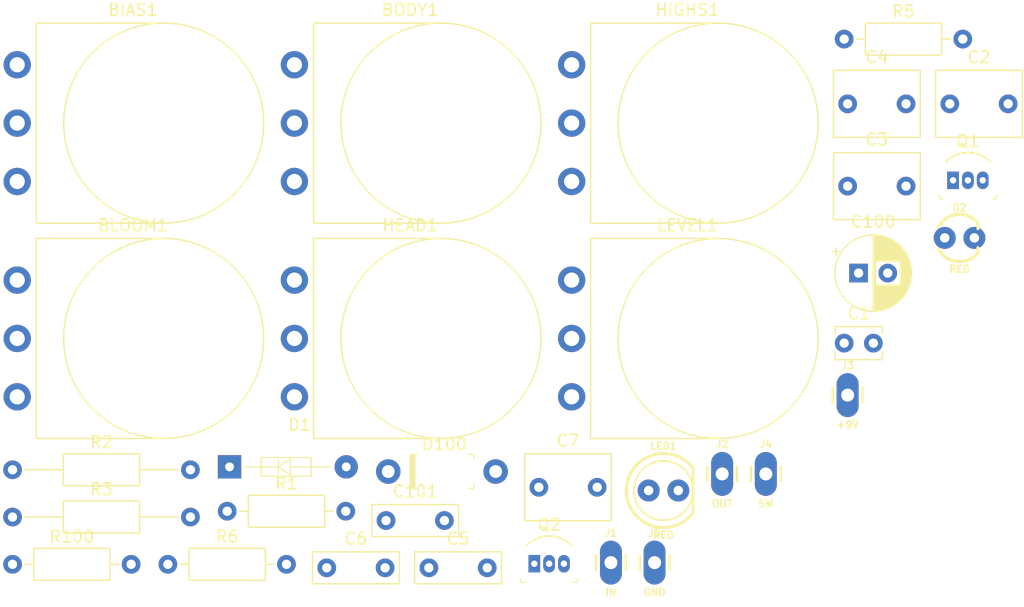
<source format=kicad_pcb>
(kicad_pcb (version 20171130) (host pcbnew "(5.1.12)-1")

  (general
    (thickness 1.6)
    (drawings 0)
    (tracks 0)
    (zones 0)
    (modules 32)
    (nets 22)
  )

  (page A4)
  (title_block
    (title "Death Cap Fuzz")
    (date 2022-04-15)
    (rev v01)
  )

  (layers
    (0 F.Cu signal)
    (31 B.Cu signal)
    (32 B.Adhes user)
    (33 F.Adhes user)
    (34 B.Paste user)
    (35 F.Paste user)
    (36 B.SilkS user)
    (37 F.SilkS user)
    (38 B.Mask user)
    (39 F.Mask user)
    (40 Dwgs.User user)
    (41 Cmts.User user)
    (42 Eco1.User user)
    (43 Eco2.User user)
    (44 Edge.Cuts user)
    (45 Margin user)
    (46 B.CrtYd user)
    (47 F.CrtYd user)
    (48 B.Fab user)
    (49 F.Fab user)
  )

  (setup
    (last_trace_width 0.25)
    (trace_clearance 0.2)
    (zone_clearance 0.508)
    (zone_45_only no)
    (trace_min 0.2)
    (via_size 0.8)
    (via_drill 0.4)
    (via_min_size 0.4)
    (via_min_drill 0.3)
    (uvia_size 0.3)
    (uvia_drill 0.1)
    (uvias_allowed no)
    (uvia_min_size 0.2)
    (uvia_min_drill 0.1)
    (edge_width 0.05)
    (segment_width 0.2)
    (pcb_text_width 0.3)
    (pcb_text_size 1.5 1.5)
    (mod_edge_width 0.12)
    (mod_text_size 1 1)
    (mod_text_width 0.15)
    (pad_size 1.524 1.524)
    (pad_drill 0.762)
    (pad_to_mask_clearance 0)
    (aux_axis_origin 0 0)
    (visible_elements FFFFFF7F)
    (pcbplotparams
      (layerselection 0x010fc_ffffffff)
      (usegerberextensions false)
      (usegerberattributes true)
      (usegerberadvancedattributes true)
      (creategerberjobfile true)
      (excludeedgelayer true)
      (linewidth 0.100000)
      (plotframeref false)
      (viasonmask false)
      (mode 1)
      (useauxorigin false)
      (hpglpennumber 1)
      (hpglpenspeed 20)
      (hpglpendiameter 15.000000)
      (psnegative false)
      (psa4output false)
      (plotreference true)
      (plotvalue true)
      (plotinvisibletext false)
      (padsonsilk false)
      (subtractmaskfromsilk false)
      (outputformat 1)
      (mirror false)
      (drillshape 1)
      (scaleselection 1)
      (outputdirectory ""))
  )

  (net 0 "")
  (net 1 "Net-(BIAS1-Pad3)")
  (net 2 GND)
  (net 3 "Net-(BLOOM1-Pad2)")
  (net 4 "Net-(BLOOM1-Pad3)")
  (net 5 "Net-(BODY1-Pad1)")
  (net 6 "Net-(BODY1-Pad3)")
  (net 7 "Net-(C1-Pad1)")
  (net 8 "Net-(C2-Pad1)")
  (net 9 "Net-(C3-Pad2)")
  (net 10 "Net-(C4-Pad1)")
  (net 11 "Net-(C5-Pad2)")
  (net 12 "Net-(C6-Pad2)")
  (net 13 VCC)
  (net 14 "Net-(D1-Pad1)")
  (net 15 "Net-(D2-PadK)")
  (net 16 +9V)
  (net 17 "Net-(HIGHS1-Pad3)")
  (net 18 "Net-(J1-Pad1)")
  (net 19 "Net-(J2-Pad1)")
  (net 20 "Net-(J4-Pad1)")
  (net 21 "Net-(LED1-PadA)")

  (net_class Default "This is the default net class."
    (clearance 0.2)
    (trace_width 0.25)
    (via_dia 0.8)
    (via_drill 0.4)
    (uvia_dia 0.3)
    (uvia_drill 0.1)
    (add_net +9V)
    (add_net GND)
    (add_net "Net-(BIAS1-Pad3)")
    (add_net "Net-(BLOOM1-Pad2)")
    (add_net "Net-(BLOOM1-Pad3)")
    (add_net "Net-(BODY1-Pad1)")
    (add_net "Net-(BODY1-Pad3)")
    (add_net "Net-(C1-Pad1)")
    (add_net "Net-(C2-Pad1)")
    (add_net "Net-(C3-Pad2)")
    (add_net "Net-(C4-Pad1)")
    (add_net "Net-(C5-Pad2)")
    (add_net "Net-(C6-Pad2)")
    (add_net "Net-(D1-Pad1)")
    (add_net "Net-(D2-PadK)")
    (add_net "Net-(HIGHS1-Pad3)")
    (add_net "Net-(J1-Pad1)")
    (add_net "Net-(J2-Pad1)")
    (add_net "Net-(J4-Pad1)")
    (add_net "Net-(LED1-PadA)")
    (add_net VCC)
  )

  (module Potentiometer_THT:Potentiometer_Omeg_PC16BU_Vertical (layer F.Cu) (tedit 5A3D4993) (tstamp 6259EB17)
    (at 106.885001 69.605001)
    (descr "Potentiometer, vertical, Omeg PC16BU, http://www.omeg.co.uk/pc6bubrc.htm")
    (tags "Potentiometer vertical Omeg PC16BU")
    (path /625D0451)
    (fp_text reference BIAS1 (at 9.915 -14.7) (layer F.SilkS)
      (effects (font (size 1 1) (thickness 0.15)))
    )
    (fp_text value B1K (at 9.915 4.7) (layer F.Fab)
      (effects (font (size 1 1) (thickness 0.15)))
    )
    (fp_line (start 21.25 -13.7) (end -1.45 -13.7) (layer F.CrtYd) (width 0.05))
    (fp_line (start 21.25 3.7) (end 21.25 -13.7) (layer F.CrtYd) (width 0.05))
    (fp_line (start -1.45 3.7) (end 21.25 3.7) (layer F.CrtYd) (width 0.05))
    (fp_line (start -1.45 -13.7) (end -1.45 3.7) (layer F.CrtYd) (width 0.05))
    (fp_line (start 1.63 3.57) (end 12.55 3.57) (layer F.SilkS) (width 0.12))
    (fp_line (start 1.63 -13.57) (end 1.63 3.57) (layer F.SilkS) (width 0.12))
    (fp_line (start 1.63 -13.57) (end 12.55 -13.57) (layer F.SilkS) (width 0.12))
    (fp_line (start 1.75 3.45) (end 12.55 3.45) (layer F.Fab) (width 0.1))
    (fp_line (start 1.75 -13.45) (end 1.75 3.45) (layer F.Fab) (width 0.1))
    (fp_line (start 12.55 -13.45) (end 1.75 -13.45) (layer F.Fab) (width 0.1))
    (fp_circle (center 12.55 -5) (end 21.12 -5) (layer F.SilkS) (width 0.12))
    (fp_circle (center 12.55 -5) (end 14.55 -5) (layer F.Fab) (width 0.1))
    (fp_circle (center 12.55 -5) (end 21 -5) (layer F.Fab) (width 0.1))
    (fp_text user %R (at 2.75 -5 90) (layer F.Fab)
      (effects (font (size 1 1) (thickness 0.15)))
    )
    (pad 3 thru_hole circle (at 0 -10) (size 2.34 2.34) (drill 1.3) (layers *.Cu *.Mask)
      (net 1 "Net-(BIAS1-Pad3)"))
    (pad 2 thru_hole circle (at 0 -5) (size 2.34 2.34) (drill 1.3) (layers *.Cu *.Mask)
      (net 2 GND))
    (pad 1 thru_hole circle (at 0 0) (size 2.34 2.34) (drill 1.3) (layers *.Cu *.Mask)
      (net 2 GND))
    (model ${KISYS3DMOD}/Potentiometer_THT.3dshapes/Potentiometer_Omeg_PC16BU_Vertical.wrl
      (at (xyz 0 0 0))
      (scale (xyz 1 1 1))
      (rotate (xyz 0 0 0))
    )
  )

  (module Potentiometer_THT:Potentiometer_Omeg_PC16BU_Vertical (layer F.Cu) (tedit 5A3D4993) (tstamp 6259EB2C)
    (at 106.885001 88.055001)
    (descr "Potentiometer, vertical, Omeg PC16BU, http://www.omeg.co.uk/pc6bubrc.htm")
    (tags "Potentiometer vertical Omeg PC16BU")
    (path /625D3E02)
    (fp_text reference BLOOM1 (at 9.915 -14.7) (layer F.SilkS)
      (effects (font (size 1 1) (thickness 0.15)))
    )
    (fp_text value A100K (at 9.915 4.7) (layer F.Fab)
      (effects (font (size 1 1) (thickness 0.15)))
    )
    (fp_text user %R (at 2.75 -5 90) (layer F.Fab)
      (effects (font (size 1 1) (thickness 0.15)))
    )
    (fp_circle (center 12.55 -5) (end 21 -5) (layer F.Fab) (width 0.1))
    (fp_circle (center 12.55 -5) (end 14.55 -5) (layer F.Fab) (width 0.1))
    (fp_circle (center 12.55 -5) (end 21.12 -5) (layer F.SilkS) (width 0.12))
    (fp_line (start 12.55 -13.45) (end 1.75 -13.45) (layer F.Fab) (width 0.1))
    (fp_line (start 1.75 -13.45) (end 1.75 3.45) (layer F.Fab) (width 0.1))
    (fp_line (start 1.75 3.45) (end 12.55 3.45) (layer F.Fab) (width 0.1))
    (fp_line (start 1.63 -13.57) (end 12.55 -13.57) (layer F.SilkS) (width 0.12))
    (fp_line (start 1.63 -13.57) (end 1.63 3.57) (layer F.SilkS) (width 0.12))
    (fp_line (start 1.63 3.57) (end 12.55 3.57) (layer F.SilkS) (width 0.12))
    (fp_line (start -1.45 -13.7) (end -1.45 3.7) (layer F.CrtYd) (width 0.05))
    (fp_line (start -1.45 3.7) (end 21.25 3.7) (layer F.CrtYd) (width 0.05))
    (fp_line (start 21.25 3.7) (end 21.25 -13.7) (layer F.CrtYd) (width 0.05))
    (fp_line (start 21.25 -13.7) (end -1.45 -13.7) (layer F.CrtYd) (width 0.05))
    (pad 1 thru_hole circle (at 0 0) (size 2.34 2.34) (drill 1.3) (layers *.Cu *.Mask)
      (net 2 GND))
    (pad 2 thru_hole circle (at 0 -5) (size 2.34 2.34) (drill 1.3) (layers *.Cu *.Mask)
      (net 3 "Net-(BLOOM1-Pad2)"))
    (pad 3 thru_hole circle (at 0 -10) (size 2.34 2.34) (drill 1.3) (layers *.Cu *.Mask)
      (net 4 "Net-(BLOOM1-Pad3)"))
    (model ${KISYS3DMOD}/Potentiometer_THT.3dshapes/Potentiometer_Omeg_PC16BU_Vertical.wrl
      (at (xyz 0 0 0))
      (scale (xyz 1 1 1))
      (rotate (xyz 0 0 0))
    )
  )

  (module Potentiometer_THT:Potentiometer_Omeg_PC16BU_Vertical (layer F.Cu) (tedit 5A3D4993) (tstamp 6259EB41)
    (at 130.635001 69.605001)
    (descr "Potentiometer, vertical, Omeg PC16BU, http://www.omeg.co.uk/pc6bubrc.htm")
    (tags "Potentiometer vertical Omeg PC16BU")
    (path /625E59C6)
    (fp_text reference BODY1 (at 9.915 -14.7) (layer F.SilkS)
      (effects (font (size 1 1) (thickness 0.15)))
    )
    (fp_text value A100K (at 9.915 4.7) (layer F.Fab)
      (effects (font (size 1 1) (thickness 0.15)))
    )
    (fp_text user %R (at 2.75 -5 90) (layer F.Fab)
      (effects (font (size 1 1) (thickness 0.15)))
    )
    (fp_circle (center 12.55 -5) (end 21 -5) (layer F.Fab) (width 0.1))
    (fp_circle (center 12.55 -5) (end 14.55 -5) (layer F.Fab) (width 0.1))
    (fp_circle (center 12.55 -5) (end 21.12 -5) (layer F.SilkS) (width 0.12))
    (fp_line (start 12.55 -13.45) (end 1.75 -13.45) (layer F.Fab) (width 0.1))
    (fp_line (start 1.75 -13.45) (end 1.75 3.45) (layer F.Fab) (width 0.1))
    (fp_line (start 1.75 3.45) (end 12.55 3.45) (layer F.Fab) (width 0.1))
    (fp_line (start 1.63 -13.57) (end 12.55 -13.57) (layer F.SilkS) (width 0.12))
    (fp_line (start 1.63 -13.57) (end 1.63 3.57) (layer F.SilkS) (width 0.12))
    (fp_line (start 1.63 3.57) (end 12.55 3.57) (layer F.SilkS) (width 0.12))
    (fp_line (start -1.45 -13.7) (end -1.45 3.7) (layer F.CrtYd) (width 0.05))
    (fp_line (start -1.45 3.7) (end 21.25 3.7) (layer F.CrtYd) (width 0.05))
    (fp_line (start 21.25 3.7) (end 21.25 -13.7) (layer F.CrtYd) (width 0.05))
    (fp_line (start 21.25 -13.7) (end -1.45 -13.7) (layer F.CrtYd) (width 0.05))
    (pad 1 thru_hole circle (at 0 0) (size 2.34 2.34) (drill 1.3) (layers *.Cu *.Mask)
      (net 5 "Net-(BODY1-Pad1)"))
    (pad 2 thru_hole circle (at 0 -5) (size 2.34 2.34) (drill 1.3) (layers *.Cu *.Mask)
      (net 5 "Net-(BODY1-Pad1)"))
    (pad 3 thru_hole circle (at 0 -10) (size 2.34 2.34) (drill 1.3) (layers *.Cu *.Mask)
      (net 6 "Net-(BODY1-Pad3)"))
    (model ${KISYS3DMOD}/Potentiometer_THT.3dshapes/Potentiometer_Omeg_PC16BU_Vertical.wrl
      (at (xyz 0 0 0))
      (scale (xyz 1 1 1))
      (rotate (xyz 0 0 0))
    )
  )

  (module Capacitor_THT:C_Disc_D3.8mm_W2.6mm_P2.50mm (layer F.Cu) (tedit 5AE50EF0) (tstamp 6259EB56)
    (at 177.735001 83.455001)
    (descr "C, Disc series, Radial, pin pitch=2.50mm, , diameter*width=3.8*2.6mm^2, Capacitor, http://www.vishay.com/docs/45233/krseries.pdf")
    (tags "C Disc series Radial pin pitch 2.50mm  diameter 3.8mm width 2.6mm Capacitor")
    (path /625C2412)
    (fp_text reference C1 (at 1.25 -2.55) (layer F.SilkS)
      (effects (font (size 1 1) (thickness 0.15)))
    )
    (fp_text value 470pF (at 1.25 2.55) (layer F.Fab)
      (effects (font (size 1 1) (thickness 0.15)))
    )
    (fp_line (start 3.55 -1.55) (end -1.05 -1.55) (layer F.CrtYd) (width 0.05))
    (fp_line (start 3.55 1.55) (end 3.55 -1.55) (layer F.CrtYd) (width 0.05))
    (fp_line (start -1.05 1.55) (end 3.55 1.55) (layer F.CrtYd) (width 0.05))
    (fp_line (start -1.05 -1.55) (end -1.05 1.55) (layer F.CrtYd) (width 0.05))
    (fp_line (start 3.27 0.795) (end 3.27 1.42) (layer F.SilkS) (width 0.12))
    (fp_line (start 3.27 -1.42) (end 3.27 -0.795) (layer F.SilkS) (width 0.12))
    (fp_line (start -0.77 0.795) (end -0.77 1.42) (layer F.SilkS) (width 0.12))
    (fp_line (start -0.77 -1.42) (end -0.77 -0.795) (layer F.SilkS) (width 0.12))
    (fp_line (start -0.77 1.42) (end 3.27 1.42) (layer F.SilkS) (width 0.12))
    (fp_line (start -0.77 -1.42) (end 3.27 -1.42) (layer F.SilkS) (width 0.12))
    (fp_line (start 3.15 -1.3) (end -0.65 -1.3) (layer F.Fab) (width 0.1))
    (fp_line (start 3.15 1.3) (end 3.15 -1.3) (layer F.Fab) (width 0.1))
    (fp_line (start -0.65 1.3) (end 3.15 1.3) (layer F.Fab) (width 0.1))
    (fp_line (start -0.65 -1.3) (end -0.65 1.3) (layer F.Fab) (width 0.1))
    (fp_text user %R (at 1.25 0) (layer F.Fab)
      (effects (font (size 0.76 0.76) (thickness 0.114)))
    )
    (pad 1 thru_hole circle (at 0 0) (size 1.6 1.6) (drill 0.8) (layers *.Cu *.Mask)
      (net 7 "Net-(C1-Pad1)"))
    (pad 2 thru_hole circle (at 2.5 0) (size 1.6 1.6) (drill 0.8) (layers *.Cu *.Mask)
      (net 2 GND))
    (model ${KISYS3DMOD}/Capacitor_THT.3dshapes/C_Disc_D3.8mm_W2.6mm_P2.50mm.wrl
      (at (xyz 0 0 0))
      (scale (xyz 1 1 1))
      (rotate (xyz 0 0 0))
    )
  )

  (module Capacitor_THT:C_Rect_L7.2mm_W5.5mm_P5.00mm_FKS2_FKP2_MKS2_MKP2 (layer F.Cu) (tedit 5AE50EF0) (tstamp 6259EB69)
    (at 186.785001 62.955001)
    (descr "C, Rect series, Radial, pin pitch=5.00mm, , length*width=7.2*5.5mm^2, Capacitor, http://www.wima.com/EN/WIMA_FKS_2.pdf")
    (tags "C Rect series Radial pin pitch 5.00mm  length 7.2mm width 5.5mm Capacitor")
    (path /625C5D5C)
    (fp_text reference C2 (at 2.5 -4) (layer F.SilkS)
      (effects (font (size 1 1) (thickness 0.15)))
    )
    (fp_text value 1uF (at 2.5 4) (layer F.Fab)
      (effects (font (size 1 1) (thickness 0.15)))
    )
    (fp_line (start 6.35 -3) (end -1.35 -3) (layer F.CrtYd) (width 0.05))
    (fp_line (start 6.35 3) (end 6.35 -3) (layer F.CrtYd) (width 0.05))
    (fp_line (start -1.35 3) (end 6.35 3) (layer F.CrtYd) (width 0.05))
    (fp_line (start -1.35 -3) (end -1.35 3) (layer F.CrtYd) (width 0.05))
    (fp_line (start 6.22 -2.87) (end 6.22 2.87) (layer F.SilkS) (width 0.12))
    (fp_line (start -1.22 -2.87) (end -1.22 2.87) (layer F.SilkS) (width 0.12))
    (fp_line (start -1.22 2.87) (end 6.22 2.87) (layer F.SilkS) (width 0.12))
    (fp_line (start -1.22 -2.87) (end 6.22 -2.87) (layer F.SilkS) (width 0.12))
    (fp_line (start 6.1 -2.75) (end -1.1 -2.75) (layer F.Fab) (width 0.1))
    (fp_line (start 6.1 2.75) (end 6.1 -2.75) (layer F.Fab) (width 0.1))
    (fp_line (start -1.1 2.75) (end 6.1 2.75) (layer F.Fab) (width 0.1))
    (fp_line (start -1.1 -2.75) (end -1.1 2.75) (layer F.Fab) (width 0.1))
    (fp_text user %R (at 2.5 0) (layer F.Fab)
      (effects (font (size 1 1) (thickness 0.15)))
    )
    (pad 1 thru_hole circle (at 0 0) (size 1.6 1.6) (drill 0.8) (layers *.Cu *.Mask)
      (net 8 "Net-(C2-Pad1)"))
    (pad 2 thru_hole circle (at 5 0) (size 1.6 1.6) (drill 0.8) (layers *.Cu *.Mask)
      (net 7 "Net-(C1-Pad1)"))
    (model ${KISYS3DMOD}/Capacitor_THT.3dshapes/C_Rect_L7.2mm_W5.5mm_P5.00mm_FKS2_FKP2_MKS2_MKP2.wrl
      (at (xyz 0 0 0))
      (scale (xyz 1 1 1))
      (rotate (xyz 0 0 0))
    )
  )

  (module Capacitor_THT:C_Rect_L7.2mm_W5.5mm_P5.00mm_FKS2_FKP2_MKS2_MKP2 (layer F.Cu) (tedit 5AE50EF0) (tstamp 6259EB7C)
    (at 178.035001 70.005001)
    (descr "C, Rect series, Radial, pin pitch=5.00mm, , length*width=7.2*5.5mm^2, Capacitor, http://www.wima.com/EN/WIMA_FKS_2.pdf")
    (tags "C Rect series Radial pin pitch 5.00mm  length 7.2mm width 5.5mm Capacitor")
    (path /625CE209)
    (fp_text reference C3 (at 2.5 -4) (layer F.SilkS)
      (effects (font (size 1 1) (thickness 0.15)))
    )
    (fp_text value 1uF (at 2.5 4) (layer F.Fab)
      (effects (font (size 1 1) (thickness 0.15)))
    )
    (fp_text user %R (at 2.5 0) (layer F.Fab)
      (effects (font (size 1 1) (thickness 0.15)))
    )
    (fp_line (start -1.1 -2.75) (end -1.1 2.75) (layer F.Fab) (width 0.1))
    (fp_line (start -1.1 2.75) (end 6.1 2.75) (layer F.Fab) (width 0.1))
    (fp_line (start 6.1 2.75) (end 6.1 -2.75) (layer F.Fab) (width 0.1))
    (fp_line (start 6.1 -2.75) (end -1.1 -2.75) (layer F.Fab) (width 0.1))
    (fp_line (start -1.22 -2.87) (end 6.22 -2.87) (layer F.SilkS) (width 0.12))
    (fp_line (start -1.22 2.87) (end 6.22 2.87) (layer F.SilkS) (width 0.12))
    (fp_line (start -1.22 -2.87) (end -1.22 2.87) (layer F.SilkS) (width 0.12))
    (fp_line (start 6.22 -2.87) (end 6.22 2.87) (layer F.SilkS) (width 0.12))
    (fp_line (start -1.35 -3) (end -1.35 3) (layer F.CrtYd) (width 0.05))
    (fp_line (start -1.35 3) (end 6.35 3) (layer F.CrtYd) (width 0.05))
    (fp_line (start 6.35 3) (end 6.35 -3) (layer F.CrtYd) (width 0.05))
    (fp_line (start 6.35 -3) (end -1.35 -3) (layer F.CrtYd) (width 0.05))
    (pad 2 thru_hole circle (at 5 0) (size 1.6 1.6) (drill 0.8) (layers *.Cu *.Mask)
      (net 9 "Net-(C3-Pad2)"))
    (pad 1 thru_hole circle (at 0 0) (size 1.6 1.6) (drill 0.8) (layers *.Cu *.Mask)
      (net 4 "Net-(BLOOM1-Pad3)"))
    (model ${KISYS3DMOD}/Capacitor_THT.3dshapes/C_Rect_L7.2mm_W5.5mm_P5.00mm_FKS2_FKP2_MKS2_MKP2.wrl
      (at (xyz 0 0 0))
      (scale (xyz 1 1 1))
      (rotate (xyz 0 0 0))
    )
  )

  (module Capacitor_THT:C_Rect_L7.2mm_W5.5mm_P5.00mm_FKS2_FKP2_MKS2_MKP2 (layer F.Cu) (tedit 5AE50EF0) (tstamp 6259EB8F)
    (at 178.035001 62.955001)
    (descr "C, Rect series, Radial, pin pitch=5.00mm, , length*width=7.2*5.5mm^2, Capacitor, http://www.wima.com/EN/WIMA_FKS_2.pdf")
    (tags "C Rect series Radial pin pitch 5.00mm  length 7.2mm width 5.5mm Capacitor")
    (path /625D6837)
    (fp_text reference C4 (at 2.5 -4) (layer F.SilkS)
      (effects (font (size 1 1) (thickness 0.15)))
    )
    (fp_text value 1uF (at 2.5 4) (layer F.Fab)
      (effects (font (size 1 1) (thickness 0.15)))
    )
    (fp_line (start 6.35 -3) (end -1.35 -3) (layer F.CrtYd) (width 0.05))
    (fp_line (start 6.35 3) (end 6.35 -3) (layer F.CrtYd) (width 0.05))
    (fp_line (start -1.35 3) (end 6.35 3) (layer F.CrtYd) (width 0.05))
    (fp_line (start -1.35 -3) (end -1.35 3) (layer F.CrtYd) (width 0.05))
    (fp_line (start 6.22 -2.87) (end 6.22 2.87) (layer F.SilkS) (width 0.12))
    (fp_line (start -1.22 -2.87) (end -1.22 2.87) (layer F.SilkS) (width 0.12))
    (fp_line (start -1.22 2.87) (end 6.22 2.87) (layer F.SilkS) (width 0.12))
    (fp_line (start -1.22 -2.87) (end 6.22 -2.87) (layer F.SilkS) (width 0.12))
    (fp_line (start 6.1 -2.75) (end -1.1 -2.75) (layer F.Fab) (width 0.1))
    (fp_line (start 6.1 2.75) (end 6.1 -2.75) (layer F.Fab) (width 0.1))
    (fp_line (start -1.1 2.75) (end 6.1 2.75) (layer F.Fab) (width 0.1))
    (fp_line (start -1.1 -2.75) (end -1.1 2.75) (layer F.Fab) (width 0.1))
    (fp_text user %R (at 2.5 0) (layer F.Fab)
      (effects (font (size 1 1) (thickness 0.15)))
    )
    (pad 1 thru_hole circle (at 0 0) (size 1.6 1.6) (drill 0.8) (layers *.Cu *.Mask)
      (net 10 "Net-(C4-Pad1)"))
    (pad 2 thru_hole circle (at 5 0) (size 1.6 1.6) (drill 0.8) (layers *.Cu *.Mask)
      (net 3 "Net-(BLOOM1-Pad2)"))
    (model ${KISYS3DMOD}/Capacitor_THT.3dshapes/C_Rect_L7.2mm_W5.5mm_P5.00mm_FKS2_FKP2_MKS2_MKP2.wrl
      (at (xyz 0 0 0))
      (scale (xyz 1 1 1))
      (rotate (xyz 0 0 0))
    )
  )

  (module Capacitor_THT:C_Rect_L7.2mm_W2.5mm_P5.00mm_FKS2_FKP2_MKS2_MKP2 (layer F.Cu) (tedit 5AE50EF0) (tstamp 6259EBA2)
    (at 142.155001 102.705001)
    (descr "C, Rect series, Radial, pin pitch=5.00mm, , length*width=7.2*2.5mm^2, Capacitor, http://www.wima.com/EN/WIMA_FKS_2.pdf")
    (tags "C Rect series Radial pin pitch 5.00mm  length 7.2mm width 2.5mm Capacitor")
    (path /625ED0F4)
    (fp_text reference C5 (at 2.5 -2.5) (layer F.SilkS)
      (effects (font (size 1 1) (thickness 0.15)))
    )
    (fp_text value 33nF (at 2.5 2.5) (layer F.Fab)
      (effects (font (size 1 1) (thickness 0.15)))
    )
    (fp_text user %R (at 2.5 0) (layer F.Fab)
      (effects (font (size 1 1) (thickness 0.15)))
    )
    (fp_line (start -1.1 -1.25) (end -1.1 1.25) (layer F.Fab) (width 0.1))
    (fp_line (start -1.1 1.25) (end 6.1 1.25) (layer F.Fab) (width 0.1))
    (fp_line (start 6.1 1.25) (end 6.1 -1.25) (layer F.Fab) (width 0.1))
    (fp_line (start 6.1 -1.25) (end -1.1 -1.25) (layer F.Fab) (width 0.1))
    (fp_line (start -1.22 -1.37) (end 6.22 -1.37) (layer F.SilkS) (width 0.12))
    (fp_line (start -1.22 1.37) (end 6.22 1.37) (layer F.SilkS) (width 0.12))
    (fp_line (start -1.22 -1.37) (end -1.22 1.37) (layer F.SilkS) (width 0.12))
    (fp_line (start 6.22 -1.37) (end 6.22 1.37) (layer F.SilkS) (width 0.12))
    (fp_line (start -1.35 -1.5) (end -1.35 1.5) (layer F.CrtYd) (width 0.05))
    (fp_line (start -1.35 1.5) (end 6.35 1.5) (layer F.CrtYd) (width 0.05))
    (fp_line (start 6.35 1.5) (end 6.35 -1.5) (layer F.CrtYd) (width 0.05))
    (fp_line (start 6.35 -1.5) (end -1.35 -1.5) (layer F.CrtYd) (width 0.05))
    (pad 2 thru_hole circle (at 5 0) (size 1.6 1.6) (drill 0.8) (layers *.Cu *.Mask)
      (net 11 "Net-(C5-Pad2)"))
    (pad 1 thru_hole circle (at 0 0) (size 1.6 1.6) (drill 0.8) (layers *.Cu *.Mask)
      (net 2 GND))
    (model ${KISYS3DMOD}/Capacitor_THT.3dshapes/C_Rect_L7.2mm_W2.5mm_P5.00mm_FKS2_FKP2_MKS2_MKP2.wrl
      (at (xyz 0 0 0))
      (scale (xyz 1 1 1))
      (rotate (xyz 0 0 0))
    )
  )

  (module Capacitor_THT:C_Rect_L7.2mm_W2.5mm_P5.00mm_FKS2_FKP2_MKS2_MKP2 (layer F.Cu) (tedit 5AE50EF0) (tstamp 6259EBB5)
    (at 133.405001 102.705001)
    (descr "C, Rect series, Radial, pin pitch=5.00mm, , length*width=7.2*2.5mm^2, Capacitor, http://www.wima.com/EN/WIMA_FKS_2.pdf")
    (tags "C Rect series Radial pin pitch 5.00mm  length 7.2mm width 2.5mm Capacitor")
    (path /625F176B)
    (fp_text reference C6 (at 2.5 -2.5) (layer F.SilkS)
      (effects (font (size 1 1) (thickness 0.15)))
    )
    (fp_text value 4n7F (at 2.5 2.5) (layer F.Fab)
      (effects (font (size 1 1) (thickness 0.15)))
    )
    (fp_line (start 6.35 -1.5) (end -1.35 -1.5) (layer F.CrtYd) (width 0.05))
    (fp_line (start 6.35 1.5) (end 6.35 -1.5) (layer F.CrtYd) (width 0.05))
    (fp_line (start -1.35 1.5) (end 6.35 1.5) (layer F.CrtYd) (width 0.05))
    (fp_line (start -1.35 -1.5) (end -1.35 1.5) (layer F.CrtYd) (width 0.05))
    (fp_line (start 6.22 -1.37) (end 6.22 1.37) (layer F.SilkS) (width 0.12))
    (fp_line (start -1.22 -1.37) (end -1.22 1.37) (layer F.SilkS) (width 0.12))
    (fp_line (start -1.22 1.37) (end 6.22 1.37) (layer F.SilkS) (width 0.12))
    (fp_line (start -1.22 -1.37) (end 6.22 -1.37) (layer F.SilkS) (width 0.12))
    (fp_line (start 6.1 -1.25) (end -1.1 -1.25) (layer F.Fab) (width 0.1))
    (fp_line (start 6.1 1.25) (end 6.1 -1.25) (layer F.Fab) (width 0.1))
    (fp_line (start -1.1 1.25) (end 6.1 1.25) (layer F.Fab) (width 0.1))
    (fp_line (start -1.1 -1.25) (end -1.1 1.25) (layer F.Fab) (width 0.1))
    (fp_text user %R (at 2.5 0) (layer F.Fab)
      (effects (font (size 1 1) (thickness 0.15)))
    )
    (pad 1 thru_hole circle (at 0 0) (size 1.6 1.6) (drill 0.8) (layers *.Cu *.Mask)
      (net 5 "Net-(BODY1-Pad1)"))
    (pad 2 thru_hole circle (at 5 0) (size 1.6 1.6) (drill 0.8) (layers *.Cu *.Mask)
      (net 12 "Net-(C6-Pad2)"))
    (model ${KISYS3DMOD}/Capacitor_THT.3dshapes/C_Rect_L7.2mm_W2.5mm_P5.00mm_FKS2_FKP2_MKS2_MKP2.wrl
      (at (xyz 0 0 0))
      (scale (xyz 1 1 1))
      (rotate (xyz 0 0 0))
    )
  )

  (module Capacitor_THT:C_Rect_L7.2mm_W5.5mm_P5.00mm_FKS2_FKP2_MKS2_MKP2 (layer F.Cu) (tedit 5AE50EF0) (tstamp 6259EBC8)
    (at 151.575001 95.805001)
    (descr "C, Rect series, Radial, pin pitch=5.00mm, , length*width=7.2*5.5mm^2, Capacitor, http://www.wima.com/EN/WIMA_FKS_2.pdf")
    (tags "C Rect series Radial pin pitch 5.00mm  length 7.2mm width 5.5mm Capacitor")
    (path /625F21E6)
    (fp_text reference C7 (at 2.5 -4) (layer F.SilkS)
      (effects (font (size 1 1) (thickness 0.15)))
    )
    (fp_text value 1uF (at 2.5 4) (layer F.Fab)
      (effects (font (size 1 1) (thickness 0.15)))
    )
    (fp_text user %R (at 2.5 0) (layer F.Fab)
      (effects (font (size 1 1) (thickness 0.15)))
    )
    (fp_line (start -1.1 -2.75) (end -1.1 2.75) (layer F.Fab) (width 0.1))
    (fp_line (start -1.1 2.75) (end 6.1 2.75) (layer F.Fab) (width 0.1))
    (fp_line (start 6.1 2.75) (end 6.1 -2.75) (layer F.Fab) (width 0.1))
    (fp_line (start 6.1 -2.75) (end -1.1 -2.75) (layer F.Fab) (width 0.1))
    (fp_line (start -1.22 -2.87) (end 6.22 -2.87) (layer F.SilkS) (width 0.12))
    (fp_line (start -1.22 2.87) (end 6.22 2.87) (layer F.SilkS) (width 0.12))
    (fp_line (start -1.22 -2.87) (end -1.22 2.87) (layer F.SilkS) (width 0.12))
    (fp_line (start 6.22 -2.87) (end 6.22 2.87) (layer F.SilkS) (width 0.12))
    (fp_line (start -1.35 -3) (end -1.35 3) (layer F.CrtYd) (width 0.05))
    (fp_line (start -1.35 3) (end 6.35 3) (layer F.CrtYd) (width 0.05))
    (fp_line (start 6.35 3) (end 6.35 -3) (layer F.CrtYd) (width 0.05))
    (fp_line (start 6.35 -3) (end -1.35 -3) (layer F.CrtYd) (width 0.05))
    (pad 2 thru_hole circle (at 5 0) (size 1.6 1.6) (drill 0.8) (layers *.Cu *.Mask)
      (net 12 "Net-(C6-Pad2)"))
    (pad 1 thru_hole circle (at 0 0) (size 1.6 1.6) (drill 0.8) (layers *.Cu *.Mask)
      (net 6 "Net-(BODY1-Pad3)"))
    (model ${KISYS3DMOD}/Capacitor_THT.3dshapes/C_Rect_L7.2mm_W5.5mm_P5.00mm_FKS2_FKP2_MKS2_MKP2.wrl
      (at (xyz 0 0 0))
      (scale (xyz 1 1 1))
      (rotate (xyz 0 0 0))
    )
  )

  (module Capacitor_THT:CP_Radial_D6.3mm_P2.50mm (layer F.Cu) (tedit 5AE50EF0) (tstamp 6259EC5C)
    (at 178.970242 77.455001)
    (descr "CP, Radial series, Radial, pin pitch=2.50mm, , diameter=6.3mm, Electrolytic Capacitor")
    (tags "CP Radial series Radial pin pitch 2.50mm  diameter 6.3mm Electrolytic Capacitor")
    (path /6259CEEB)
    (fp_text reference C100 (at 1.25 -4.4) (layer F.SilkS)
      (effects (font (size 1 1) (thickness 0.15)))
    )
    (fp_text value 100uF (at 1.25 4.4) (layer F.Fab)
      (effects (font (size 1 1) (thickness 0.15)))
    )
    (fp_line (start -1.935241 -2.154) (end -1.935241 -1.524) (layer F.SilkS) (width 0.12))
    (fp_line (start -2.250241 -1.839) (end -1.620241 -1.839) (layer F.SilkS) (width 0.12))
    (fp_line (start 4.491 -0.402) (end 4.491 0.402) (layer F.SilkS) (width 0.12))
    (fp_line (start 4.451 -0.633) (end 4.451 0.633) (layer F.SilkS) (width 0.12))
    (fp_line (start 4.411 -0.802) (end 4.411 0.802) (layer F.SilkS) (width 0.12))
    (fp_line (start 4.371 -0.94) (end 4.371 0.94) (layer F.SilkS) (width 0.12))
    (fp_line (start 4.331 -1.059) (end 4.331 1.059) (layer F.SilkS) (width 0.12))
    (fp_line (start 4.291 -1.165) (end 4.291 1.165) (layer F.SilkS) (width 0.12))
    (fp_line (start 4.251 -1.262) (end 4.251 1.262) (layer F.SilkS) (width 0.12))
    (fp_line (start 4.211 -1.35) (end 4.211 1.35) (layer F.SilkS) (width 0.12))
    (fp_line (start 4.171 -1.432) (end 4.171 1.432) (layer F.SilkS) (width 0.12))
    (fp_line (start 4.131 -1.509) (end 4.131 1.509) (layer F.SilkS) (width 0.12))
    (fp_line (start 4.091 -1.581) (end 4.091 1.581) (layer F.SilkS) (width 0.12))
    (fp_line (start 4.051 -1.65) (end 4.051 1.65) (layer F.SilkS) (width 0.12))
    (fp_line (start 4.011 -1.714) (end 4.011 1.714) (layer F.SilkS) (width 0.12))
    (fp_line (start 3.971 -1.776) (end 3.971 1.776) (layer F.SilkS) (width 0.12))
    (fp_line (start 3.931 -1.834) (end 3.931 1.834) (layer F.SilkS) (width 0.12))
    (fp_line (start 3.891 -1.89) (end 3.891 1.89) (layer F.SilkS) (width 0.12))
    (fp_line (start 3.851 -1.944) (end 3.851 1.944) (layer F.SilkS) (width 0.12))
    (fp_line (start 3.811 -1.995) (end 3.811 1.995) (layer F.SilkS) (width 0.12))
    (fp_line (start 3.771 -2.044) (end 3.771 2.044) (layer F.SilkS) (width 0.12))
    (fp_line (start 3.731 -2.092) (end 3.731 2.092) (layer F.SilkS) (width 0.12))
    (fp_line (start 3.691 -2.137) (end 3.691 2.137) (layer F.SilkS) (width 0.12))
    (fp_line (start 3.651 -2.182) (end 3.651 2.182) (layer F.SilkS) (width 0.12))
    (fp_line (start 3.611 -2.224) (end 3.611 2.224) (layer F.SilkS) (width 0.12))
    (fp_line (start 3.571 -2.265) (end 3.571 2.265) (layer F.SilkS) (width 0.12))
    (fp_line (start 3.531 1.04) (end 3.531 2.305) (layer F.SilkS) (width 0.12))
    (fp_line (start 3.531 -2.305) (end 3.531 -1.04) (layer F.SilkS) (width 0.12))
    (fp_line (start 3.491 1.04) (end 3.491 2.343) (layer F.SilkS) (width 0.12))
    (fp_line (start 3.491 -2.343) (end 3.491 -1.04) (layer F.SilkS) (width 0.12))
    (fp_line (start 3.451 1.04) (end 3.451 2.38) (layer F.SilkS) (width 0.12))
    (fp_line (start 3.451 -2.38) (end 3.451 -1.04) (layer F.SilkS) (width 0.12))
    (fp_line (start 3.411 1.04) (end 3.411 2.416) (layer F.SilkS) (width 0.12))
    (fp_line (start 3.411 -2.416) (end 3.411 -1.04) (layer F.SilkS) (width 0.12))
    (fp_line (start 3.371 1.04) (end 3.371 2.45) (layer F.SilkS) (width 0.12))
    (fp_line (start 3.371 -2.45) (end 3.371 -1.04) (layer F.SilkS) (width 0.12))
    (fp_line (start 3.331 1.04) (end 3.331 2.484) (layer F.SilkS) (width 0.12))
    (fp_line (start 3.331 -2.484) (end 3.331 -1.04) (layer F.SilkS) (width 0.12))
    (fp_line (start 3.291 1.04) (end 3.291 2.516) (layer F.SilkS) (width 0.12))
    (fp_line (start 3.291 -2.516) (end 3.291 -1.04) (layer F.SilkS) (width 0.12))
    (fp_line (start 3.251 1.04) (end 3.251 2.548) (layer F.SilkS) (width 0.12))
    (fp_line (start 3.251 -2.548) (end 3.251 -1.04) (layer F.SilkS) (width 0.12))
    (fp_line (start 3.211 1.04) (end 3.211 2.578) (layer F.SilkS) (width 0.12))
    (fp_line (start 3.211 -2.578) (end 3.211 -1.04) (layer F.SilkS) (width 0.12))
    (fp_line (start 3.171 1.04) (end 3.171 2.607) (layer F.SilkS) (width 0.12))
    (fp_line (start 3.171 -2.607) (end 3.171 -1.04) (layer F.SilkS) (width 0.12))
    (fp_line (start 3.131 1.04) (end 3.131 2.636) (layer F.SilkS) (width 0.12))
    (fp_line (start 3.131 -2.636) (end 3.131 -1.04) (layer F.SilkS) (width 0.12))
    (fp_line (start 3.091 1.04) (end 3.091 2.664) (layer F.SilkS) (width 0.12))
    (fp_line (start 3.091 -2.664) (end 3.091 -1.04) (layer F.SilkS) (width 0.12))
    (fp_line (start 3.051 1.04) (end 3.051 2.69) (layer F.SilkS) (width 0.12))
    (fp_line (start 3.051 -2.69) (end 3.051 -1.04) (layer F.SilkS) (width 0.12))
    (fp_line (start 3.011 1.04) (end 3.011 2.716) (layer F.SilkS) (width 0.12))
    (fp_line (start 3.011 -2.716) (end 3.011 -1.04) (layer F.SilkS) (width 0.12))
    (fp_line (start 2.971 1.04) (end 2.971 2.742) (layer F.SilkS) (width 0.12))
    (fp_line (start 2.971 -2.742) (end 2.971 -1.04) (layer F.SilkS) (width 0.12))
    (fp_line (start 2.931 1.04) (end 2.931 2.766) (layer F.SilkS) (width 0.12))
    (fp_line (start 2.931 -2.766) (end 2.931 -1.04) (layer F.SilkS) (width 0.12))
    (fp_line (start 2.891 1.04) (end 2.891 2.79) (layer F.SilkS) (width 0.12))
    (fp_line (start 2.891 -2.79) (end 2.891 -1.04) (layer F.SilkS) (width 0.12))
    (fp_line (start 2.851 1.04) (end 2.851 2.812) (layer F.SilkS) (width 0.12))
    (fp_line (start 2.851 -2.812) (end 2.851 -1.04) (layer F.SilkS) (width 0.12))
    (fp_line (start 2.811 1.04) (end 2.811 2.834) (layer F.SilkS) (width 0.12))
    (fp_line (start 2.811 -2.834) (end 2.811 -1.04) (layer F.SilkS) (width 0.12))
    (fp_line (start 2.771 1.04) (end 2.771 2.856) (layer F.SilkS) (width 0.12))
    (fp_line (start 2.771 -2.856) (end 2.771 -1.04) (layer F.SilkS) (width 0.12))
    (fp_line (start 2.731 1.04) (end 2.731 2.876) (layer F.SilkS) (width 0.12))
    (fp_line (start 2.731 -2.876) (end 2.731 -1.04) (layer F.SilkS) (width 0.12))
    (fp_line (start 2.691 1.04) (end 2.691 2.896) (layer F.SilkS) (width 0.12))
    (fp_line (start 2.691 -2.896) (end 2.691 -1.04) (layer F.SilkS) (width 0.12))
    (fp_line (start 2.651 1.04) (end 2.651 2.916) (layer F.SilkS) (width 0.12))
    (fp_line (start 2.651 -2.916) (end 2.651 -1.04) (layer F.SilkS) (width 0.12))
    (fp_line (start 2.611 1.04) (end 2.611 2.934) (layer F.SilkS) (width 0.12))
    (fp_line (start 2.611 -2.934) (end 2.611 -1.04) (layer F.SilkS) (width 0.12))
    (fp_line (start 2.571 1.04) (end 2.571 2.952) (layer F.SilkS) (width 0.12))
    (fp_line (start 2.571 -2.952) (end 2.571 -1.04) (layer F.SilkS) (width 0.12))
    (fp_line (start 2.531 1.04) (end 2.531 2.97) (layer F.SilkS) (width 0.12))
    (fp_line (start 2.531 -2.97) (end 2.531 -1.04) (layer F.SilkS) (width 0.12))
    (fp_line (start 2.491 1.04) (end 2.491 2.986) (layer F.SilkS) (width 0.12))
    (fp_line (start 2.491 -2.986) (end 2.491 -1.04) (layer F.SilkS) (width 0.12))
    (fp_line (start 2.451 1.04) (end 2.451 3.002) (layer F.SilkS) (width 0.12))
    (fp_line (start 2.451 -3.002) (end 2.451 -1.04) (layer F.SilkS) (width 0.12))
    (fp_line (start 2.411 1.04) (end 2.411 3.018) (layer F.SilkS) (width 0.12))
    (fp_line (start 2.411 -3.018) (end 2.411 -1.04) (layer F.SilkS) (width 0.12))
    (fp_line (start 2.371 1.04) (end 2.371 3.033) (layer F.SilkS) (width 0.12))
    (fp_line (start 2.371 -3.033) (end 2.371 -1.04) (layer F.SilkS) (width 0.12))
    (fp_line (start 2.331 1.04) (end 2.331 3.047) (layer F.SilkS) (width 0.12))
    (fp_line (start 2.331 -3.047) (end 2.331 -1.04) (layer F.SilkS) (width 0.12))
    (fp_line (start 2.291 1.04) (end 2.291 3.061) (layer F.SilkS) (width 0.12))
    (fp_line (start 2.291 -3.061) (end 2.291 -1.04) (layer F.SilkS) (width 0.12))
    (fp_line (start 2.251 1.04) (end 2.251 3.074) (layer F.SilkS) (width 0.12))
    (fp_line (start 2.251 -3.074) (end 2.251 -1.04) (layer F.SilkS) (width 0.12))
    (fp_line (start 2.211 1.04) (end 2.211 3.086) (layer F.SilkS) (width 0.12))
    (fp_line (start 2.211 -3.086) (end 2.211 -1.04) (layer F.SilkS) (width 0.12))
    (fp_line (start 2.171 1.04) (end 2.171 3.098) (layer F.SilkS) (width 0.12))
    (fp_line (start 2.171 -3.098) (end 2.171 -1.04) (layer F.SilkS) (width 0.12))
    (fp_line (start 2.131 1.04) (end 2.131 3.11) (layer F.SilkS) (width 0.12))
    (fp_line (start 2.131 -3.11) (end 2.131 -1.04) (layer F.SilkS) (width 0.12))
    (fp_line (start 2.091 1.04) (end 2.091 3.121) (layer F.SilkS) (width 0.12))
    (fp_line (start 2.091 -3.121) (end 2.091 -1.04) (layer F.SilkS) (width 0.12))
    (fp_line (start 2.051 1.04) (end 2.051 3.131) (layer F.SilkS) (width 0.12))
    (fp_line (start 2.051 -3.131) (end 2.051 -1.04) (layer F.SilkS) (width 0.12))
    (fp_line (start 2.011 1.04) (end 2.011 3.141) (layer F.SilkS) (width 0.12))
    (fp_line (start 2.011 -3.141) (end 2.011 -1.04) (layer F.SilkS) (width 0.12))
    (fp_line (start 1.971 1.04) (end 1.971 3.15) (layer F.SilkS) (width 0.12))
    (fp_line (start 1.971 -3.15) (end 1.971 -1.04) (layer F.SilkS) (width 0.12))
    (fp_line (start 1.93 1.04) (end 1.93 3.159) (layer F.SilkS) (width 0.12))
    (fp_line (start 1.93 -3.159) (end 1.93 -1.04) (layer F.SilkS) (width 0.12))
    (fp_line (start 1.89 1.04) (end 1.89 3.167) (layer F.SilkS) (width 0.12))
    (fp_line (start 1.89 -3.167) (end 1.89 -1.04) (layer F.SilkS) (width 0.12))
    (fp_line (start 1.85 1.04) (end 1.85 3.175) (layer F.SilkS) (width 0.12))
    (fp_line (start 1.85 -3.175) (end 1.85 -1.04) (layer F.SilkS) (width 0.12))
    (fp_line (start 1.81 1.04) (end 1.81 3.182) (layer F.SilkS) (width 0.12))
    (fp_line (start 1.81 -3.182) (end 1.81 -1.04) (layer F.SilkS) (width 0.12))
    (fp_line (start 1.77 1.04) (end 1.77 3.189) (layer F.SilkS) (width 0.12))
    (fp_line (start 1.77 -3.189) (end 1.77 -1.04) (layer F.SilkS) (width 0.12))
    (fp_line (start 1.73 1.04) (end 1.73 3.195) (layer F.SilkS) (width 0.12))
    (fp_line (start 1.73 -3.195) (end 1.73 -1.04) (layer F.SilkS) (width 0.12))
    (fp_line (start 1.69 1.04) (end 1.69 3.201) (layer F.SilkS) (width 0.12))
    (fp_line (start 1.69 -3.201) (end 1.69 -1.04) (layer F.SilkS) (width 0.12))
    (fp_line (start 1.65 1.04) (end 1.65 3.206) (layer F.SilkS) (width 0.12))
    (fp_line (start 1.65 -3.206) (end 1.65 -1.04) (layer F.SilkS) (width 0.12))
    (fp_line (start 1.61 1.04) (end 1.61 3.211) (layer F.SilkS) (width 0.12))
    (fp_line (start 1.61 -3.211) (end 1.61 -1.04) (layer F.SilkS) (width 0.12))
    (fp_line (start 1.57 1.04) (end 1.57 3.215) (layer F.SilkS) (width 0.12))
    (fp_line (start 1.57 -3.215) (end 1.57 -1.04) (layer F.SilkS) (width 0.12))
    (fp_line (start 1.53 1.04) (end 1.53 3.218) (layer F.SilkS) (width 0.12))
    (fp_line (start 1.53 -3.218) (end 1.53 -1.04) (layer F.SilkS) (width 0.12))
    (fp_line (start 1.49 1.04) (end 1.49 3.222) (layer F.SilkS) (width 0.12))
    (fp_line (start 1.49 -3.222) (end 1.49 -1.04) (layer F.SilkS) (width 0.12))
    (fp_line (start 1.45 -3.224) (end 1.45 3.224) (layer F.SilkS) (width 0.12))
    (fp_line (start 1.41 -3.227) (end 1.41 3.227) (layer F.SilkS) (width 0.12))
    (fp_line (start 1.37 -3.228) (end 1.37 3.228) (layer F.SilkS) (width 0.12))
    (fp_line (start 1.33 -3.23) (end 1.33 3.23) (layer F.SilkS) (width 0.12))
    (fp_line (start 1.29 -3.23) (end 1.29 3.23) (layer F.SilkS) (width 0.12))
    (fp_line (start 1.25 -3.23) (end 1.25 3.23) (layer F.SilkS) (width 0.12))
    (fp_line (start -1.128972 -1.6885) (end -1.128972 -1.0585) (layer F.Fab) (width 0.1))
    (fp_line (start -1.443972 -1.3735) (end -0.813972 -1.3735) (layer F.Fab) (width 0.1))
    (fp_circle (center 1.25 0) (end 4.65 0) (layer F.CrtYd) (width 0.05))
    (fp_circle (center 1.25 0) (end 4.52 0) (layer F.SilkS) (width 0.12))
    (fp_circle (center 1.25 0) (end 4.4 0) (layer F.Fab) (width 0.1))
    (fp_text user %R (at 1.25 0) (layer F.Fab)
      (effects (font (size 1 1) (thickness 0.15)))
    )
    (pad 1 thru_hole rect (at 0 0) (size 1.6 1.6) (drill 0.8) (layers *.Cu *.Mask)
      (net 13 VCC))
    (pad 2 thru_hole circle (at 2.5 0) (size 1.6 1.6) (drill 0.8) (layers *.Cu *.Mask)
      (net 2 GND))
    (model ${KISYS3DMOD}/Capacitor_THT.3dshapes/CP_Radial_D6.3mm_P2.50mm.wrl
      (at (xyz 0 0 0))
      (scale (xyz 1 1 1))
      (rotate (xyz 0 0 0))
    )
  )

  (module Capacitor_THT:C_Rect_L7.2mm_W2.5mm_P5.00mm_FKS2_FKP2_MKS2_MKP2 (layer F.Cu) (tedit 5AE50EF0) (tstamp 6259EC6F)
    (at 138.485001 98.655001)
    (descr "C, Rect series, Radial, pin pitch=5.00mm, , length*width=7.2*2.5mm^2, Capacitor, http://www.wima.com/EN/WIMA_FKS_2.pdf")
    (tags "C Rect series Radial pin pitch 5.00mm  length 7.2mm width 2.5mm Capacitor")
    (path /6259E85F)
    (fp_text reference C101 (at 2.5 -2.5) (layer F.SilkS)
      (effects (font (size 1 1) (thickness 0.15)))
    )
    (fp_text value 47nF (at 2.5 2.5) (layer F.Fab)
      (effects (font (size 1 1) (thickness 0.15)))
    )
    (fp_line (start 6.35 -1.5) (end -1.35 -1.5) (layer F.CrtYd) (width 0.05))
    (fp_line (start 6.35 1.5) (end 6.35 -1.5) (layer F.CrtYd) (width 0.05))
    (fp_line (start -1.35 1.5) (end 6.35 1.5) (layer F.CrtYd) (width 0.05))
    (fp_line (start -1.35 -1.5) (end -1.35 1.5) (layer F.CrtYd) (width 0.05))
    (fp_line (start 6.22 -1.37) (end 6.22 1.37) (layer F.SilkS) (width 0.12))
    (fp_line (start -1.22 -1.37) (end -1.22 1.37) (layer F.SilkS) (width 0.12))
    (fp_line (start -1.22 1.37) (end 6.22 1.37) (layer F.SilkS) (width 0.12))
    (fp_line (start -1.22 -1.37) (end 6.22 -1.37) (layer F.SilkS) (width 0.12))
    (fp_line (start 6.1 -1.25) (end -1.1 -1.25) (layer F.Fab) (width 0.1))
    (fp_line (start 6.1 1.25) (end 6.1 -1.25) (layer F.Fab) (width 0.1))
    (fp_line (start -1.1 1.25) (end 6.1 1.25) (layer F.Fab) (width 0.1))
    (fp_line (start -1.1 -1.25) (end -1.1 1.25) (layer F.Fab) (width 0.1))
    (fp_text user %R (at 2.5 0) (layer F.Fab)
      (effects (font (size 1 1) (thickness 0.15)))
    )
    (pad 1 thru_hole circle (at 0 0) (size 1.6 1.6) (drill 0.8) (layers *.Cu *.Mask)
      (net 13 VCC))
    (pad 2 thru_hole circle (at 5 0) (size 1.6 1.6) (drill 0.8) (layers *.Cu *.Mask)
      (net 2 GND))
    (model ${KISYS3DMOD}/Capacitor_THT.3dshapes/C_Rect_L7.2mm_W2.5mm_P5.00mm_FKS2_FKP2_MKS2_MKP2.wrl
      (at (xyz 0 0 0))
      (scale (xyz 1 1 1))
      (rotate (xyz 0 0 0))
    )
  )

  (module digikey-footprints:Diode_DO-35_P10mm (layer F.Cu) (tedit 5A466F52) (tstamp 6259EC8A)
    (at 125.075001 94.055001)
    (path /625DD251)
    (fp_text reference D1 (at 6 -3.6) (layer F.SilkS)
      (effects (font (size 1 1) (thickness 0.15)))
    )
    (fp_text value 1N4148 (at 6 3.6) (layer F.Fab)
      (effects (font (size 1 1) (thickness 0.15)))
    )
    (fp_line (start 7 -0.8) (end 7 0) (layer F.SilkS) (width 0.1))
    (fp_line (start 2.7 -0.8) (end 7 -0.8) (layer F.SilkS) (width 0.1))
    (fp_line (start 2.7 0) (end 2.7 -0.8) (layer F.SilkS) (width 0.1))
    (fp_line (start 1.3 0) (end 2.7 0) (layer F.SilkS) (width 0.1))
    (fp_line (start 7 0.8) (end 7 0) (layer F.SilkS) (width 0.1))
    (fp_line (start 2.7 0.8) (end 7 0.8) (layer F.SilkS) (width 0.1))
    (fp_line (start 2.7 0) (end 2.7 0.8) (layer F.SilkS) (width 0.1))
    (fp_line (start 8.7 0) (end 7 0) (layer F.SilkS) (width 0.1))
    (fp_line (start -1.25 -1.25) (end -1.25 1.25) (layer F.CrtYd) (width 0.05))
    (fp_line (start 11.25 -1.25) (end -1.25 -1.25) (layer F.CrtYd) (width 0.05))
    (fp_line (start 11.25 -1.25) (end 11.25 1.25) (layer F.CrtYd) (width 0.05))
    (fp_line (start 11.25 1.25) (end -1.25 1.25) (layer F.CrtYd) (width 0.05))
    (fp_line (start 3.5 0) (end 2.7 0) (layer F.SilkS) (width 0.1))
    (fp_line (start 4.2 0) (end 5.2 -0.7) (layer F.SilkS) (width 0.1))
    (fp_line (start 5.2 0.7) (end 4.2 0) (layer F.SilkS) (width 0.1))
    (fp_line (start 5.2 -0.7) (end 5.2 0.7) (layer F.SilkS) (width 0.1))
    (fp_line (start 7 0) (end 5.2 0) (layer F.SilkS) (width 0.1))
    (fp_line (start 4.2 0) (end 3.5 0) (layer F.SilkS) (width 0.1))
    (fp_line (start 4.2 0) (end 4.2 -0.6) (layer F.SilkS) (width 0.1))
    (fp_line (start 4.2 0) (end 4.2 0.6) (layer F.SilkS) (width 0.1))
    (fp_text user %R (at 4.83 0.02) (layer F.Fab)
      (effects (font (size 1 1) (thickness 0.15)))
    )
    (pad 1 thru_hole rect (at 0 0) (size 2 2) (drill 0.76) (layers *.Cu *.Mask)
      (net 14 "Net-(D1-Pad1)"))
    (pad 2 thru_hole circle (at 10 0) (size 2 2) (drill 0.76) (layers *.Cu *.Mask)
      (net 5 "Net-(BODY1-Pad1)"))
  )

  (module SparkFun-LED:LED_3MM (layer F.Cu) (tedit 200000) (tstamp 6259EC9F)
    (at 187.6198 74.439001)
    (descr "LED 3MM PTH")
    (tags "LED 3MM PTH")
    (path /625DA01D)
    (attr virtual)
    (fp_text reference D2 (at 0 -2.58826) (layer F.SilkS)
      (effects (font (size 0.6096 0.6096) (thickness 0.127)))
    )
    (fp_text value RED (at 0 2.667) (layer F.SilkS)
      (effects (font (size 0.6096 0.6096) (thickness 0.127)))
    )
    (fp_line (start 1.5748 1.29286) (end 1.5748 0.8382) (layer F.SilkS) (width 0.254))
    (fp_line (start 1.5748 -1.29286) (end 1.5748 -0.7874) (layer F.SilkS) (width 0.254))
    (fp_line (start 1.5748 1.29286) (end 1.5748 0.8382) (layer F.SilkS) (width 0.254))
    (fp_line (start 1.5748 -1.29286) (end 1.5748 -0.7874) (layer F.SilkS) (width 0.254))
    (fp_line (start 1.5748 1.27) (end 1.5748 -1.27) (layer Dwgs.User) (width 0.254))
    (fp_arc (start 0 0) (end 0 -2.032) (angle 50.1) (layer F.SilkS) (width 0.254))
    (fp_arc (start 0 0) (end -1.7907 -0.95504) (angle 61.9) (layer F.SilkS) (width 0.254))
    (fp_arc (start 0 0) (end 1.5494 1.31064) (angle 49.7) (layer F.SilkS) (width 0.254))
    (fp_arc (start 0 0) (end 0 2.032) (angle 60.2) (layer F.SilkS) (width 0.254))
    (fp_arc (start 0 0) (end -2.032 0) (angle 28.3) (layer Dwgs.User) (width 0.254))
    (fp_arc (start 0 0) (end -1.72974 1.06426) (angle 31.6) (layer Dwgs.User) (width 0.254))
    (fp_arc (start 0 0) (end 0 -2.032) (angle 50.1) (layer F.SilkS) (width 0.254))
    (fp_arc (start 0 0) (end -1.7907 -0.95504) (angle 61.9) (layer F.SilkS) (width 0.254))
    (fp_arc (start 0 0) (end 1.5494 1.31064) (angle 49.7) (layer F.SilkS) (width 0.254))
    (fp_arc (start 0 0) (end 0 2.032) (angle 60.2) (layer F.SilkS) (width 0.254))
    (pad A thru_hole circle (at -1.27 0) (size 1.8796 1.8796) (drill 0.8128) (layers *.Cu *.Mask)
      (net 5 "Net-(BODY1-Pad1)") (solder_mask_margin 0.1016))
    (pad K thru_hole circle (at 1.27 0) (size 1.8796 1.8796) (drill 0.8128) (layers *.Cu *.Mask)
      (net 15 "Net-(D2-PadK)") (solder_mask_margin 0.1016))
  )

  (module digikey-footprints:DO-41 (layer F.Cu) (tedit 5AD0ADB9) (tstamp 6259ECB9)
    (at 138.675001 94.455001)
    (path /62597293)
    (fp_text reference D100 (at 4.8133 -2.34696) (layer F.SilkS)
      (effects (font (size 1 1) (thickness 0.15)))
    )
    (fp_text value 1N5817 (at 4.65074 2.47396) (layer F.Fab)
      (effects (font (size 1 1) (thickness 0.15)))
    )
    (fp_line (start 2.275 -1.475) (end 2.275 1.475) (layer F.SilkS) (width 0.1))
    (fp_line (start 2.175 -1.475) (end 2.175 1.475) (layer F.SilkS) (width 0.1))
    (fp_line (start 2.075 -1.475) (end 2.075 1.475) (layer F.SilkS) (width 0.1))
    (fp_line (start 1.975 -1.475) (end 1.975 1.475) (layer F.SilkS) (width 0.1))
    (fp_line (start 2 -1.35) (end 2 1.35) (layer F.Fab) (width 0.1))
    (fp_line (start 2 1.35) (end 7.2 1.35) (layer F.Fab) (width 0.1))
    (fp_line (start 7.2 -1.35) (end 7.2 1.35) (layer F.Fab) (width 0.1))
    (fp_line (start 7.2 -1.35) (end 2 -1.35) (layer F.Fab) (width 0.1))
    (fp_line (start 7.325 -1.475) (end 7.325 -1.1) (layer F.SilkS) (width 0.1))
    (fp_line (start 6.825 -1.475) (end 7.325 -1.475) (layer F.SilkS) (width 0.1))
    (fp_line (start 7.325 1.475) (end 6.925 1.475) (layer F.SilkS) (width 0.1))
    (fp_line (start 7.325 1.025) (end 7.325 1.475) (layer F.SilkS) (width 0.1))
    (fp_line (start 1.875 -1.475) (end 1.875 1.475) (layer F.SilkS) (width 0.1))
    (fp_line (start 2.475 -1.475) (end 1.875 -1.475) (layer F.SilkS) (width 0.1))
    (fp_line (start 1.875 1.475) (end 2.375 1.475) (layer F.SilkS) (width 0.1))
    (fp_line (start 10.5 -1.65) (end 10.5 1.65) (layer F.CrtYd) (width 0.05))
    (fp_line (start 10.5 1.65) (end -1.3 1.65) (layer F.CrtYd) (width 0.05))
    (fp_line (start 10.5 -1.65) (end -1.3 -1.65) (layer F.CrtYd) (width 0.05))
    (fp_line (start -1.3 -1.65) (end -1.3 1.65) (layer F.CrtYd) (width 0.05))
    (fp_text user %R (at 4.725 0.075) (layer F.Fab)
      (effects (font (size 1 1) (thickness 0.15)))
    )
    (pad K thru_hole circle (at 0 0) (size 2.1 2.1) (drill 1.1) (layers *.Cu *.Mask)
      (net 13 VCC))
    (pad A thru_hole circle (at 9.2 0) (size 2.1 2.1) (drill 1.1) (layers *.Cu *.Mask)
      (net 16 +9V))
  )

  (module Potentiometer_THT:Potentiometer_Omeg_PC16BU_Vertical (layer F.Cu) (tedit 5A3D4993) (tstamp 6259ECCE)
    (at 130.635001 88.055001)
    (descr "Potentiometer, vertical, Omeg PC16BU, http://www.omeg.co.uk/pc6bubrc.htm")
    (tags "Potentiometer vertical Omeg PC16BU")
    (path /625D9521)
    (fp_text reference HEAD1 (at 9.915 -14.7) (layer F.SilkS)
      (effects (font (size 1 1) (thickness 0.15)))
    )
    (fp_text value A100K (at 9.915 4.7) (layer F.Fab)
      (effects (font (size 1 1) (thickness 0.15)))
    )
    (fp_line (start 21.25 -13.7) (end -1.45 -13.7) (layer F.CrtYd) (width 0.05))
    (fp_line (start 21.25 3.7) (end 21.25 -13.7) (layer F.CrtYd) (width 0.05))
    (fp_line (start -1.45 3.7) (end 21.25 3.7) (layer F.CrtYd) (width 0.05))
    (fp_line (start -1.45 -13.7) (end -1.45 3.7) (layer F.CrtYd) (width 0.05))
    (fp_line (start 1.63 3.57) (end 12.55 3.57) (layer F.SilkS) (width 0.12))
    (fp_line (start 1.63 -13.57) (end 1.63 3.57) (layer F.SilkS) (width 0.12))
    (fp_line (start 1.63 -13.57) (end 12.55 -13.57) (layer F.SilkS) (width 0.12))
    (fp_line (start 1.75 3.45) (end 12.55 3.45) (layer F.Fab) (width 0.1))
    (fp_line (start 1.75 -13.45) (end 1.75 3.45) (layer F.Fab) (width 0.1))
    (fp_line (start 12.55 -13.45) (end 1.75 -13.45) (layer F.Fab) (width 0.1))
    (fp_circle (center 12.55 -5) (end 21.12 -5) (layer F.SilkS) (width 0.12))
    (fp_circle (center 12.55 -5) (end 14.55 -5) (layer F.Fab) (width 0.1))
    (fp_circle (center 12.55 -5) (end 21 -5) (layer F.Fab) (width 0.1))
    (fp_text user %R (at 2.75 -5 90) (layer F.Fab)
      (effects (font (size 1 1) (thickness 0.15)))
    )
    (pad 3 thru_hole circle (at 0 -10) (size 2.34 2.34) (drill 1.3) (layers *.Cu *.Mask)
      (net 15 "Net-(D2-PadK)"))
    (pad 2 thru_hole circle (at 0 -5) (size 2.34 2.34) (drill 1.3) (layers *.Cu *.Mask)
      (net 10 "Net-(C4-Pad1)"))
    (pad 1 thru_hole circle (at 0 0) (size 2.34 2.34) (drill 1.3) (layers *.Cu *.Mask)
      (net 14 "Net-(D1-Pad1)"))
    (model ${KISYS3DMOD}/Potentiometer_THT.3dshapes/Potentiometer_Omeg_PC16BU_Vertical.wrl
      (at (xyz 0 0 0))
      (scale (xyz 1 1 1))
      (rotate (xyz 0 0 0))
    )
  )

  (module Potentiometer_THT:Potentiometer_Omeg_PC16BU_Vertical (layer F.Cu) (tedit 5A3D4993) (tstamp 6259ECE3)
    (at 154.385001 69.605001)
    (descr "Potentiometer, vertical, Omeg PC16BU, http://www.omeg.co.uk/pc6bubrc.htm")
    (tags "Potentiometer vertical Omeg PC16BU")
    (path /625E90D7)
    (fp_text reference HIGHS1 (at 9.915 -14.7) (layer F.SilkS)
      (effects (font (size 1 1) (thickness 0.15)))
    )
    (fp_text value A100K (at 9.915 4.7) (layer F.Fab)
      (effects (font (size 1 1) (thickness 0.15)))
    )
    (fp_line (start 21.25 -13.7) (end -1.45 -13.7) (layer F.CrtYd) (width 0.05))
    (fp_line (start 21.25 3.7) (end 21.25 -13.7) (layer F.CrtYd) (width 0.05))
    (fp_line (start -1.45 3.7) (end 21.25 3.7) (layer F.CrtYd) (width 0.05))
    (fp_line (start -1.45 -13.7) (end -1.45 3.7) (layer F.CrtYd) (width 0.05))
    (fp_line (start 1.63 3.57) (end 12.55 3.57) (layer F.SilkS) (width 0.12))
    (fp_line (start 1.63 -13.57) (end 1.63 3.57) (layer F.SilkS) (width 0.12))
    (fp_line (start 1.63 -13.57) (end 12.55 -13.57) (layer F.SilkS) (width 0.12))
    (fp_line (start 1.75 3.45) (end 12.55 3.45) (layer F.Fab) (width 0.1))
    (fp_line (start 1.75 -13.45) (end 1.75 3.45) (layer F.Fab) (width 0.1))
    (fp_line (start 12.55 -13.45) (end 1.75 -13.45) (layer F.Fab) (width 0.1))
    (fp_circle (center 12.55 -5) (end 21.12 -5) (layer F.SilkS) (width 0.12))
    (fp_circle (center 12.55 -5) (end 14.55 -5) (layer F.Fab) (width 0.1))
    (fp_circle (center 12.55 -5) (end 21 -5) (layer F.Fab) (width 0.1))
    (fp_text user %R (at 2.75 -5 90) (layer F.Fab)
      (effects (font (size 1 1) (thickness 0.15)))
    )
    (pad 3 thru_hole circle (at 0 -10) (size 2.34 2.34) (drill 1.3) (layers *.Cu *.Mask)
      (net 17 "Net-(HIGHS1-Pad3)"))
    (pad 2 thru_hole circle (at 0 -5) (size 2.34 2.34) (drill 1.3) (layers *.Cu *.Mask)
      (net 5 "Net-(BODY1-Pad1)"))
    (pad 1 thru_hole circle (at 0 0) (size 2.34 2.34) (drill 1.3) (layers *.Cu *.Mask)
      (net 11 "Net-(C5-Pad2)"))
    (model ${KISYS3DMOD}/Potentiometer_THT.3dshapes/Potentiometer_Omeg_PC16BU_Vertical.wrl
      (at (xyz 0 0 0))
      (scale (xyz 1 1 1))
      (rotate (xyz 0 0 0))
    )
  )

  (module SparkFun-Connectors:1X01_LONGPAD (layer F.Cu) (tedit 5963CE9B) (tstamp 6259ECEA)
    (at 157.751601 102.2596)
    (descr "PLATED THROUGH HOLE - LONG PAD")
    (tags "PLATED THROUGH HOLE - LONG PAD")
    (path /625BF47E)
    (attr virtual)
    (fp_text reference J1 (at 0 -2.54) (layer F.SilkS)
      (effects (font (size 0.6096 0.6096) (thickness 0.127)))
    )
    (fp_text value IN (at 0 2.54) (layer F.SilkS)
      (effects (font (size 0.6096 0.6096) (thickness 0.127)))
    )
    (fp_line (start -1.27 -0.635) (end -1.27 0.635) (layer F.SilkS) (width 0.2032))
    (fp_line (start 1.27 -0.635) (end 1.27 0.635) (layer F.SilkS) (width 0.2032))
    (pad 1 thru_hole oval (at 0 0 180) (size 1.8796 3.7592) (drill 1.1176) (layers *.Cu *.Mask)
      (net 18 "Net-(J1-Pad1)") (solder_mask_margin 0.1016))
  )

  (module SparkFun-Connectors:1X01_LONGPAD (layer F.Cu) (tedit 5963CE9B) (tstamp 6259ECF1)
    (at 167.281601 94.6596)
    (descr "PLATED THROUGH HOLE - LONG PAD")
    (tags "PLATED THROUGH HOLE - LONG PAD")
    (path /625C00F9)
    (attr virtual)
    (fp_text reference J2 (at 0 -2.54) (layer F.SilkS)
      (effects (font (size 0.6096 0.6096) (thickness 0.127)))
    )
    (fp_text value OUT (at 0 2.54) (layer F.SilkS)
      (effects (font (size 0.6096 0.6096) (thickness 0.127)))
    )
    (fp_line (start 1.27 -0.635) (end 1.27 0.635) (layer F.SilkS) (width 0.2032))
    (fp_line (start -1.27 -0.635) (end -1.27 0.635) (layer F.SilkS) (width 0.2032))
    (pad 1 thru_hole oval (at 0 0 180) (size 1.8796 3.7592) (drill 1.1176) (layers *.Cu *.Mask)
      (net 19 "Net-(J2-Pad1)") (solder_mask_margin 0.1016))
  )

  (module SparkFun-Connectors:1X01_LONGPAD (layer F.Cu) (tedit 5963CE9B) (tstamp 6259ECF8)
    (at 178.031601 87.9096)
    (descr "PLATED THROUGH HOLE - LONG PAD")
    (tags "PLATED THROUGH HOLE - LONG PAD")
    (path /625A039A)
    (attr virtual)
    (fp_text reference J3 (at 0 -2.54) (layer F.SilkS)
      (effects (font (size 0.6096 0.6096) (thickness 0.127)))
    )
    (fp_text value +9V (at 0 2.54) (layer F.SilkS)
      (effects (font (size 0.6096 0.6096) (thickness 0.127)))
    )
    (fp_line (start 1.27 -0.635) (end 1.27 0.635) (layer F.SilkS) (width 0.2032))
    (fp_line (start -1.27 -0.635) (end -1.27 0.635) (layer F.SilkS) (width 0.2032))
    (pad 1 thru_hole oval (at 0 0 180) (size 1.8796 3.7592) (drill 1.1176) (layers *.Cu *.Mask)
      (net 16 +9V) (solder_mask_margin 0.1016))
  )

  (module SparkFun-Connectors:1X01_LONGPAD (layer F.Cu) (tedit 5963CE9B) (tstamp 6259ECFF)
    (at 171.021601 94.6596)
    (descr "PLATED THROUGH HOLE - LONG PAD")
    (tags "PLATED THROUGH HOLE - LONG PAD")
    (path /625A2614)
    (attr virtual)
    (fp_text reference J4 (at 0 -2.54) (layer F.SilkS)
      (effects (font (size 0.6096 0.6096) (thickness 0.127)))
    )
    (fp_text value SW (at 0 2.54) (layer F.SilkS)
      (effects (font (size 0.6096 0.6096) (thickness 0.127)))
    )
    (fp_line (start 1.27 -0.635) (end 1.27 0.635) (layer F.SilkS) (width 0.2032))
    (fp_line (start -1.27 -0.635) (end -1.27 0.635) (layer F.SilkS) (width 0.2032))
    (pad 1 thru_hole oval (at 0 0 180) (size 1.8796 3.7592) (drill 1.1176) (layers *.Cu *.Mask)
      (net 20 "Net-(J4-Pad1)") (solder_mask_margin 0.1016))
  )

  (module SparkFun-Connectors:1X01_LONGPAD (layer F.Cu) (tedit 5963CE9B) (tstamp 6259ED06)
    (at 161.491601 102.2596)
    (descr "PLATED THROUGH HOLE - LONG PAD")
    (tags "PLATED THROUGH HOLE - LONG PAD")
    (path /625A0E33)
    (attr virtual)
    (fp_text reference J5 (at 0 -2.54) (layer F.SilkS)
      (effects (font (size 0.6096 0.6096) (thickness 0.127)))
    )
    (fp_text value GND (at 0 2.54) (layer F.SilkS)
      (effects (font (size 0.6096 0.6096) (thickness 0.127)))
    )
    (fp_line (start -1.27 -0.635) (end -1.27 0.635) (layer F.SilkS) (width 0.2032))
    (fp_line (start 1.27 -0.635) (end 1.27 0.635) (layer F.SilkS) (width 0.2032))
    (pad 1 thru_hole oval (at 0 0 180) (size 1.8796 3.7592) (drill 1.1176) (layers *.Cu *.Mask)
      (net 2 GND) (solder_mask_margin 0.1016))
  )

  (module SparkFun-LED:LED_5MM (layer F.Cu) (tedit 200000) (tstamp 6259ED17)
    (at 162.252001 96.082001)
    (descr "LED 5MM PTH")
    (tags "LED 5MM PTH")
    (path /6259B860)
    (attr virtual)
    (fp_text reference LED1 (at 0 -3.81) (layer F.SilkS)
      (effects (font (size 0.6096 0.6096) (thickness 0.127)))
    )
    (fp_text value RED (at 0 3.81) (layer F.SilkS)
      (effects (font (size 0.6096 0.6096) (thickness 0.127)))
    )
    (fp_circle (center 0 0) (end 0 -2.54) (layer F.SilkS) (width 0.1524))
    (fp_line (start 2.54 1.905) (end 2.54 -1.905) (layer Dwgs.User) (width 0.2032))
    (fp_line (start 2.54 1.905) (end 2.54 -1.905) (layer F.SilkS) (width 0.2032))
    (fp_line (start 2.54 1.905) (end 2.54 -1.905) (layer F.SilkS) (width 0.2032))
    (fp_arc (start 0 0) (end -1.143 0) (angle 90) (layer Dwgs.User) (width 0.1524))
    (fp_arc (start 0 0) (end 1.143 0) (angle 90) (layer Dwgs.User) (width 0.1524))
    (fp_arc (start 0 0) (end -1.651 0) (angle 90) (layer Dwgs.User) (width 0.1524))
    (fp_arc (start 0 0) (end 1.651 0) (angle 90) (layer Dwgs.User) (width 0.1524))
    (fp_arc (start 0 0) (end -2.159 0) (angle 90) (layer Dwgs.User) (width 0.1524))
    (fp_arc (start 0 0) (end 2.159 0) (angle 90) (layer Dwgs.User) (width 0.1524))
    (fp_arc (start 0 0) (end 2.54 1.905) (angle 286.2) (layer F.SilkS) (width 0.254))
    (pad A thru_hole circle (at -1.27 0) (size 1.8796 1.8796) (drill 0.8128) (layers *.Cu *.Mask)
      (net 21 "Net-(LED1-PadA)") (solder_mask_margin 0.1016))
    (pad K thru_hole circle (at 1.27 0) (size 1.8796 1.8796) (drill 0.8128) (layers *.Cu *.Mask)
      (net 20 "Net-(J4-Pad1)") (solder_mask_margin 0.1016))
  )

  (module Potentiometer_THT:Potentiometer_Omeg_PC16BU_Vertical (layer F.Cu) (tedit 5A3D4993) (tstamp 6259ED2C)
    (at 154.385001 88.055001)
    (descr "Potentiometer, vertical, Omeg PC16BU, http://www.omeg.co.uk/pc6bubrc.htm")
    (tags "Potentiometer vertical Omeg PC16BU")
    (path /625F7FFF)
    (fp_text reference LEVEL1 (at 9.915 -14.7) (layer F.SilkS)
      (effects (font (size 1 1) (thickness 0.15)))
    )
    (fp_text value A100K (at 9.915 4.7) (layer F.Fab)
      (effects (font (size 1 1) (thickness 0.15)))
    )
    (fp_text user %R (at 2.75 -5 90) (layer F.Fab)
      (effects (font (size 1 1) (thickness 0.15)))
    )
    (fp_circle (center 12.55 -5) (end 21 -5) (layer F.Fab) (width 0.1))
    (fp_circle (center 12.55 -5) (end 14.55 -5) (layer F.Fab) (width 0.1))
    (fp_circle (center 12.55 -5) (end 21.12 -5) (layer F.SilkS) (width 0.12))
    (fp_line (start 12.55 -13.45) (end 1.75 -13.45) (layer F.Fab) (width 0.1))
    (fp_line (start 1.75 -13.45) (end 1.75 3.45) (layer F.Fab) (width 0.1))
    (fp_line (start 1.75 3.45) (end 12.55 3.45) (layer F.Fab) (width 0.1))
    (fp_line (start 1.63 -13.57) (end 12.55 -13.57) (layer F.SilkS) (width 0.12))
    (fp_line (start 1.63 -13.57) (end 1.63 3.57) (layer F.SilkS) (width 0.12))
    (fp_line (start 1.63 3.57) (end 12.55 3.57) (layer F.SilkS) (width 0.12))
    (fp_line (start -1.45 -13.7) (end -1.45 3.7) (layer F.CrtYd) (width 0.05))
    (fp_line (start -1.45 3.7) (end 21.25 3.7) (layer F.CrtYd) (width 0.05))
    (fp_line (start 21.25 3.7) (end 21.25 -13.7) (layer F.CrtYd) (width 0.05))
    (fp_line (start 21.25 -13.7) (end -1.45 -13.7) (layer F.CrtYd) (width 0.05))
    (pad 1 thru_hole circle (at 0 0) (size 2.34 2.34) (drill 1.3) (layers *.Cu *.Mask)
      (net 2 GND))
    (pad 2 thru_hole circle (at 0 -5) (size 2.34 2.34) (drill 1.3) (layers *.Cu *.Mask)
      (net 19 "Net-(J2-Pad1)"))
    (pad 3 thru_hole circle (at 0 -10) (size 2.34 2.34) (drill 1.3) (layers *.Cu *.Mask)
      (net 12 "Net-(C6-Pad2)"))
    (model ${KISYS3DMOD}/Potentiometer_THT.3dshapes/Potentiometer_Omeg_PC16BU_Vertical.wrl
      (at (xyz 0 0 0))
      (scale (xyz 1 1 1))
      (rotate (xyz 0 0 0))
    )
  )

  (module digikey-footprints:TO-92-3 (layer F.Cu) (tedit 5AF9CDD1) (tstamp 6259ED40)
    (at 187.065001 69.505001)
    (descr http://www.ti.com/lit/ds/symlink/tl431a.pdf)
    (path /625CAFE6)
    (fp_text reference Q1 (at 1.27 -3.35) (layer F.SilkS)
      (effects (font (size 1 1) (thickness 0.15)))
    )
    (fp_text value 2N5089 (at 1.27 2.5) (layer F.Fab)
      (effects (font (size 1 1) (thickness 0.15)))
    )
    (fp_text user %R (at 1.27 -1.25 180) (layer F.Fab)
      (effects (font (size 0.75 0.75) (thickness 0.15)))
    )
    (fp_arc (start 1.27 0.3) (end -1.33 0.3) (angle 90) (layer F.Fab) (width 0.15))
    (fp_arc (start 1.27 0.3) (end -1.03 1.5) (angle 235) (layer F.Fab) (width 0.15))
    (fp_arc (start 1.27 0.35) (end -0.63 -1.6) (angle 90) (layer F.SilkS) (width 0.15))
    (fp_line (start 3.57 1.5) (end -1.03 1.5) (layer F.Fab) (width 0.15))
    (fp_line (start -1.63 -2.5) (end 4.17 -2.5) (layer F.CrtYd) (width 0.05))
    (fp_line (start -1.63 1.75) (end 4.17 1.75) (layer F.CrtYd) (width 0.05))
    (fp_line (start -1.63 1.75) (end -1.63 -2.5) (layer F.CrtYd) (width 0.05))
    (fp_line (start 4.17 1.75) (end 4.17 -2.5) (layer F.CrtYd) (width 0.05))
    (fp_line (start 3.62 1.6) (end 3.77 1.3) (layer F.SilkS) (width 0.1))
    (fp_line (start 3.62 1.6) (end 3.32 1.6) (layer F.SilkS) (width 0.1))
    (fp_line (start -0.78 1.6) (end -1.08 1.6) (layer F.SilkS) (width 0.1))
    (fp_line (start -1.08 1.6) (end -1.23 1.3) (layer F.SilkS) (width 0.1))
    (pad 1 thru_hole rect (at 0 0 180) (size 1 1.5) (drill 0.55) (layers *.Cu *.Mask)
      (net 1 "Net-(BIAS1-Pad3)"))
    (pad 3 thru_hole oval (at 2.54 0 180) (size 1 1.5) (drill 0.55) (layers *.Cu *.Mask)
      (net 9 "Net-(C3-Pad2)"))
    (pad 2 thru_hole oval (at 1.27 0 180) (size 1 1.5) (drill 0.55) (layers *.Cu *.Mask)
      (net 8 "Net-(C2-Pad1)"))
  )

  (module digikey-footprints:TO-92-3 (layer F.Cu) (tedit 5AF9CDD1) (tstamp 6259ED54)
    (at 151.185001 102.355001)
    (descr http://www.ti.com/lit/ds/symlink/tl431a.pdf)
    (path /625D7CBF)
    (fp_text reference Q2 (at 1.27 -3.35) (layer F.SilkS)
      (effects (font (size 1 1) (thickness 0.15)))
    )
    (fp_text value 2N5089 (at 1.27 2.5) (layer F.Fab)
      (effects (font (size 1 1) (thickness 0.15)))
    )
    (fp_line (start -1.08 1.6) (end -1.23 1.3) (layer F.SilkS) (width 0.1))
    (fp_line (start -0.78 1.6) (end -1.08 1.6) (layer F.SilkS) (width 0.1))
    (fp_line (start 3.62 1.6) (end 3.32 1.6) (layer F.SilkS) (width 0.1))
    (fp_line (start 3.62 1.6) (end 3.77 1.3) (layer F.SilkS) (width 0.1))
    (fp_line (start 4.17 1.75) (end 4.17 -2.5) (layer F.CrtYd) (width 0.05))
    (fp_line (start -1.63 1.75) (end -1.63 -2.5) (layer F.CrtYd) (width 0.05))
    (fp_line (start -1.63 1.75) (end 4.17 1.75) (layer F.CrtYd) (width 0.05))
    (fp_line (start -1.63 -2.5) (end 4.17 -2.5) (layer F.CrtYd) (width 0.05))
    (fp_line (start 3.57 1.5) (end -1.03 1.5) (layer F.Fab) (width 0.15))
    (fp_arc (start 1.27 0.35) (end -0.63 -1.6) (angle 90) (layer F.SilkS) (width 0.15))
    (fp_arc (start 1.27 0.3) (end -1.03 1.5) (angle 235) (layer F.Fab) (width 0.15))
    (fp_arc (start 1.27 0.3) (end -1.33 0.3) (angle 90) (layer F.Fab) (width 0.15))
    (fp_text user %R (at 1.27 -1.25 180) (layer F.Fab)
      (effects (font (size 0.75 0.75) (thickness 0.15)))
    )
    (pad 2 thru_hole oval (at 1.27 0 180) (size 1 1.5) (drill 0.55) (layers *.Cu *.Mask)
      (net 10 "Net-(C4-Pad1)"))
    (pad 3 thru_hole oval (at 2.54 0 180) (size 1 1.5) (drill 0.55) (layers *.Cu *.Mask)
      (net 5 "Net-(BODY1-Pad1)"))
    (pad 1 thru_hole rect (at 0 0 180) (size 1 1.5) (drill 0.55) (layers *.Cu *.Mask)
      (net 2 GND))
  )

  (module Resistor_THT:R_Axial_DIN0207_L6.3mm_D2.5mm_P10.16mm_Horizontal (layer F.Cu) (tedit 5AE5139B) (tstamp 6259ED6B)
    (at 124.875001 97.855001)
    (descr "Resistor, Axial_DIN0207 series, Axial, Horizontal, pin pitch=10.16mm, 0.25W = 1/4W, length*diameter=6.3*2.5mm^2, http://cdn-reichelt.de/documents/datenblatt/B400/1_4W%23YAG.pdf")
    (tags "Resistor Axial_DIN0207 series Axial Horizontal pin pitch 10.16mm 0.25W = 1/4W length 6.3mm diameter 2.5mm")
    (path /625C1B89)
    (fp_text reference R1 (at 5.08 -2.37) (layer F.SilkS)
      (effects (font (size 1 1) (thickness 0.15)))
    )
    (fp_text value 1K (at 5.08 2.37) (layer F.Fab)
      (effects (font (size 1 1) (thickness 0.15)))
    )
    (fp_text user %R (at 5.08 0) (layer F.Fab)
      (effects (font (size 1 1) (thickness 0.15)))
    )
    (fp_line (start 1.93 -1.25) (end 1.93 1.25) (layer F.Fab) (width 0.1))
    (fp_line (start 1.93 1.25) (end 8.23 1.25) (layer F.Fab) (width 0.1))
    (fp_line (start 8.23 1.25) (end 8.23 -1.25) (layer F.Fab) (width 0.1))
    (fp_line (start 8.23 -1.25) (end 1.93 -1.25) (layer F.Fab) (width 0.1))
    (fp_line (start 0 0) (end 1.93 0) (layer F.Fab) (width 0.1))
    (fp_line (start 10.16 0) (end 8.23 0) (layer F.Fab) (width 0.1))
    (fp_line (start 1.81 -1.37) (end 1.81 1.37) (layer F.SilkS) (width 0.12))
    (fp_line (start 1.81 1.37) (end 8.35 1.37) (layer F.SilkS) (width 0.12))
    (fp_line (start 8.35 1.37) (end 8.35 -1.37) (layer F.SilkS) (width 0.12))
    (fp_line (start 8.35 -1.37) (end 1.81 -1.37) (layer F.SilkS) (width 0.12))
    (fp_line (start 1.04 0) (end 1.81 0) (layer F.SilkS) (width 0.12))
    (fp_line (start 9.12 0) (end 8.35 0) (layer F.SilkS) (width 0.12))
    (fp_line (start -1.05 -1.5) (end -1.05 1.5) (layer F.CrtYd) (width 0.05))
    (fp_line (start -1.05 1.5) (end 11.21 1.5) (layer F.CrtYd) (width 0.05))
    (fp_line (start 11.21 1.5) (end 11.21 -1.5) (layer F.CrtYd) (width 0.05))
    (fp_line (start 11.21 -1.5) (end -1.05 -1.5) (layer F.CrtYd) (width 0.05))
    (pad 2 thru_hole oval (at 10.16 0) (size 1.6 1.6) (drill 0.8) (layers *.Cu *.Mask)
      (net 18 "Net-(J1-Pad1)"))
    (pad 1 thru_hole circle (at 0 0) (size 1.6 1.6) (drill 0.8) (layers *.Cu *.Mask)
      (net 7 "Net-(C1-Pad1)"))
    (model ${KISYS3DMOD}/Resistor_THT.3dshapes/R_Axial_DIN0207_L6.3mm_D2.5mm_P10.16mm_Horizontal.wrl
      (at (xyz 0 0 0))
      (scale (xyz 1 1 1))
      (rotate (xyz 0 0 0))
    )
  )

  (module Resistor_THT:R_Axial_DIN0207_L6.3mm_D2.5mm_P15.24mm_Horizontal (layer F.Cu) (tedit 5AE5139B) (tstamp 6259ED82)
    (at 106.485001 94.305001)
    (descr "Resistor, Axial_DIN0207 series, Axial, Horizontal, pin pitch=15.24mm, 0.25W = 1/4W, length*diameter=6.3*2.5mm^2, http://cdn-reichelt.de/documents/datenblatt/B400/1_4W%23YAG.pdf")
    (tags "Resistor Axial_DIN0207 series Axial Horizontal pin pitch 15.24mm 0.25W = 1/4W length 6.3mm diameter 2.5mm")
    (path /625C51E3)
    (fp_text reference R2 (at 7.62 -2.37) (layer F.SilkS)
      (effects (font (size 1 1) (thickness 0.15)))
    )
    (fp_text value 1M (at 7.62 2.37) (layer F.Fab)
      (effects (font (size 1 1) (thickness 0.15)))
    )
    (fp_line (start 16.29 -1.5) (end -1.05 -1.5) (layer F.CrtYd) (width 0.05))
    (fp_line (start 16.29 1.5) (end 16.29 -1.5) (layer F.CrtYd) (width 0.05))
    (fp_line (start -1.05 1.5) (end 16.29 1.5) (layer F.CrtYd) (width 0.05))
    (fp_line (start -1.05 -1.5) (end -1.05 1.5) (layer F.CrtYd) (width 0.05))
    (fp_line (start 14.2 0) (end 10.89 0) (layer F.SilkS) (width 0.12))
    (fp_line (start 1.04 0) (end 4.35 0) (layer F.SilkS) (width 0.12))
    (fp_line (start 10.89 -1.37) (end 4.35 -1.37) (layer F.SilkS) (width 0.12))
    (fp_line (start 10.89 1.37) (end 10.89 -1.37) (layer F.SilkS) (width 0.12))
    (fp_line (start 4.35 1.37) (end 10.89 1.37) (layer F.SilkS) (width 0.12))
    (fp_line (start 4.35 -1.37) (end 4.35 1.37) (layer F.SilkS) (width 0.12))
    (fp_line (start 15.24 0) (end 10.77 0) (layer F.Fab) (width 0.1))
    (fp_line (start 0 0) (end 4.47 0) (layer F.Fab) (width 0.1))
    (fp_line (start 10.77 -1.25) (end 4.47 -1.25) (layer F.Fab) (width 0.1))
    (fp_line (start 10.77 1.25) (end 10.77 -1.25) (layer F.Fab) (width 0.1))
    (fp_line (start 4.47 1.25) (end 10.77 1.25) (layer F.Fab) (width 0.1))
    (fp_line (start 4.47 -1.25) (end 4.47 1.25) (layer F.Fab) (width 0.1))
    (fp_text user %R (at 7.62 0) (layer F.Fab)
      (effects (font (size 1 1) (thickness 0.15)))
    )
    (pad 1 thru_hole circle (at 0 0) (size 1.6 1.6) (drill 0.8) (layers *.Cu *.Mask)
      (net 2 GND))
    (pad 2 thru_hole oval (at 15.24 0) (size 1.6 1.6) (drill 0.8) (layers *.Cu *.Mask)
      (net 7 "Net-(C1-Pad1)"))
    (model ${KISYS3DMOD}/Resistor_THT.3dshapes/R_Axial_DIN0207_L6.3mm_D2.5mm_P15.24mm_Horizontal.wrl
      (at (xyz 0 0 0))
      (scale (xyz 1 1 1))
      (rotate (xyz 0 0 0))
    )
  )

  (module Resistor_THT:R_Axial_DIN0207_L6.3mm_D2.5mm_P15.24mm_Horizontal (layer F.Cu) (tedit 5AE5139B) (tstamp 6259ED99)
    (at 106.485001 98.355001)
    (descr "Resistor, Axial_DIN0207 series, Axial, Horizontal, pin pitch=15.24mm, 0.25W = 1/4W, length*diameter=6.3*2.5mm^2, http://cdn-reichelt.de/documents/datenblatt/B400/1_4W%23YAG.pdf")
    (tags "Resistor Axial_DIN0207 series Axial Horizontal pin pitch 15.24mm 0.25W = 1/4W length 6.3mm diameter 2.5mm")
    (path /625C7AE0)
    (fp_text reference R3 (at 7.62 -2.37) (layer F.SilkS)
      (effects (font (size 1 1) (thickness 0.15)))
    )
    (fp_text value 2M2 (at 7.62 2.37) (layer F.Fab)
      (effects (font (size 1 1) (thickness 0.15)))
    )
    (fp_text user %R (at 7.62 0) (layer F.Fab)
      (effects (font (size 1 1) (thickness 0.15)))
    )
    (fp_line (start 4.47 -1.25) (end 4.47 1.25) (layer F.Fab) (width 0.1))
    (fp_line (start 4.47 1.25) (end 10.77 1.25) (layer F.Fab) (width 0.1))
    (fp_line (start 10.77 1.25) (end 10.77 -1.25) (layer F.Fab) (width 0.1))
    (fp_line (start 10.77 -1.25) (end 4.47 -1.25) (layer F.Fab) (width 0.1))
    (fp_line (start 0 0) (end 4.47 0) (layer F.Fab) (width 0.1))
    (fp_line (start 15.24 0) (end 10.77 0) (layer F.Fab) (width 0.1))
    (fp_line (start 4.35 -1.37) (end 4.35 1.37) (layer F.SilkS) (width 0.12))
    (fp_line (start 4.35 1.37) (end 10.89 1.37) (layer F.SilkS) (width 0.12))
    (fp_line (start 10.89 1.37) (end 10.89 -1.37) (layer F.SilkS) (width 0.12))
    (fp_line (start 10.89 -1.37) (end 4.35 -1.37) (layer F.SilkS) (width 0.12))
    (fp_line (start 1.04 0) (end 4.35 0) (layer F.SilkS) (width 0.12))
    (fp_line (start 14.2 0) (end 10.89 0) (layer F.SilkS) (width 0.12))
    (fp_line (start -1.05 -1.5) (end -1.05 1.5) (layer F.CrtYd) (width 0.05))
    (fp_line (start -1.05 1.5) (end 16.29 1.5) (layer F.CrtYd) (width 0.05))
    (fp_line (start 16.29 1.5) (end 16.29 -1.5) (layer F.CrtYd) (width 0.05))
    (fp_line (start 16.29 -1.5) (end -1.05 -1.5) (layer F.CrtYd) (width 0.05))
    (pad 2 thru_hole oval (at 15.24 0) (size 1.6 1.6) (drill 0.8) (layers *.Cu *.Mask)
      (net 9 "Net-(C3-Pad2)"))
    (pad 1 thru_hole circle (at 0 0) (size 1.6 1.6) (drill 0.8) (layers *.Cu *.Mask)
      (net 8 "Net-(C2-Pad1)"))
    (model ${KISYS3DMOD}/Resistor_THT.3dshapes/R_Axial_DIN0207_L6.3mm_D2.5mm_P15.24mm_Horizontal.wrl
      (at (xyz 0 0 0))
      (scale (xyz 1 1 1))
      (rotate (xyz 0 0 0))
    )
  )

  (module Resistor_THT:R_Axial_DIN0207_L6.3mm_D2.5mm_P10.16mm_Horizontal (layer F.Cu) (tedit 5AE5139B) (tstamp 6259EDB0)
    (at 177.735001 57.405001)
    (descr "Resistor, Axial_DIN0207 series, Axial, Horizontal, pin pitch=10.16mm, 0.25W = 1/4W, length*diameter=6.3*2.5mm^2, http://cdn-reichelt.de/documents/datenblatt/B400/1_4W%23YAG.pdf")
    (tags "Resistor Axial_DIN0207 series Axial Horizontal pin pitch 10.16mm 0.25W = 1/4W length 6.3mm diameter 2.5mm")
    (path /625CC4EE)
    (fp_text reference R5 (at 5.08 -2.37) (layer F.SilkS)
      (effects (font (size 1 1) (thickness 0.15)))
    )
    (fp_text value 47K (at 5.08 2.37) (layer F.Fab)
      (effects (font (size 1 1) (thickness 0.15)))
    )
    (fp_line (start 11.21 -1.5) (end -1.05 -1.5) (layer F.CrtYd) (width 0.05))
    (fp_line (start 11.21 1.5) (end 11.21 -1.5) (layer F.CrtYd) (width 0.05))
    (fp_line (start -1.05 1.5) (end 11.21 1.5) (layer F.CrtYd) (width 0.05))
    (fp_line (start -1.05 -1.5) (end -1.05 1.5) (layer F.CrtYd) (width 0.05))
    (fp_line (start 9.12 0) (end 8.35 0) (layer F.SilkS) (width 0.12))
    (fp_line (start 1.04 0) (end 1.81 0) (layer F.SilkS) (width 0.12))
    (fp_line (start 8.35 -1.37) (end 1.81 -1.37) (layer F.SilkS) (width 0.12))
    (fp_line (start 8.35 1.37) (end 8.35 -1.37) (layer F.SilkS) (width 0.12))
    (fp_line (start 1.81 1.37) (end 8.35 1.37) (layer F.SilkS) (width 0.12))
    (fp_line (start 1.81 -1.37) (end 1.81 1.37) (layer F.SilkS) (width 0.12))
    (fp_line (start 10.16 0) (end 8.23 0) (layer F.Fab) (width 0.1))
    (fp_line (start 0 0) (end 1.93 0) (layer F.Fab) (width 0.1))
    (fp_line (start 8.23 -1.25) (end 1.93 -1.25) (layer F.Fab) (width 0.1))
    (fp_line (start 8.23 1.25) (end 8.23 -1.25) (layer F.Fab) (width 0.1))
    (fp_line (start 1.93 1.25) (end 8.23 1.25) (layer F.Fab) (width 0.1))
    (fp_line (start 1.93 -1.25) (end 1.93 1.25) (layer F.Fab) (width 0.1))
    (fp_text user %R (at 5.08 0) (layer F.Fab)
      (effects (font (size 1 1) (thickness 0.15)))
    )
    (pad 1 thru_hole circle (at 0 0) (size 1.6 1.6) (drill 0.8) (layers *.Cu *.Mask)
      (net 9 "Net-(C3-Pad2)"))
    (pad 2 thru_hole oval (at 10.16 0) (size 1.6 1.6) (drill 0.8) (layers *.Cu *.Mask)
      (net 13 VCC))
    (model ${KISYS3DMOD}/Resistor_THT.3dshapes/R_Axial_DIN0207_L6.3mm_D2.5mm_P10.16mm_Horizontal.wrl
      (at (xyz 0 0 0))
      (scale (xyz 1 1 1))
      (rotate (xyz 0 0 0))
    )
  )

  (module Resistor_THT:R_Axial_DIN0207_L6.3mm_D2.5mm_P10.16mm_Horizontal (layer F.Cu) (tedit 5AE5139B) (tstamp 6259EDC7)
    (at 119.795001 102.405001)
    (descr "Resistor, Axial_DIN0207 series, Axial, Horizontal, pin pitch=10.16mm, 0.25W = 1/4W, length*diameter=6.3*2.5mm^2, http://cdn-reichelt.de/documents/datenblatt/B400/1_4W%23YAG.pdf")
    (tags "Resistor Axial_DIN0207 series Axial Horizontal pin pitch 10.16mm 0.25W = 1/4W length 6.3mm diameter 2.5mm")
    (path /625E2A6F)
    (fp_text reference R6 (at 5.08 -2.37) (layer F.SilkS)
      (effects (font (size 1 1) (thickness 0.15)))
    )
    (fp_text value 100K (at 5.08 2.37) (layer F.Fab)
      (effects (font (size 1 1) (thickness 0.15)))
    )
    (fp_text user %R (at 5.08 0) (layer F.Fab)
      (effects (font (size 1 1) (thickness 0.15)))
    )
    (fp_line (start 1.93 -1.25) (end 1.93 1.25) (layer F.Fab) (width 0.1))
    (fp_line (start 1.93 1.25) (end 8.23 1.25) (layer F.Fab) (width 0.1))
    (fp_line (start 8.23 1.25) (end 8.23 -1.25) (layer F.Fab) (width 0.1))
    (fp_line (start 8.23 -1.25) (end 1.93 -1.25) (layer F.Fab) (width 0.1))
    (fp_line (start 0 0) (end 1.93 0) (layer F.Fab) (width 0.1))
    (fp_line (start 10.16 0) (end 8.23 0) (layer F.Fab) (width 0.1))
    (fp_line (start 1.81 -1.37) (end 1.81 1.37) (layer F.SilkS) (width 0.12))
    (fp_line (start 1.81 1.37) (end 8.35 1.37) (layer F.SilkS) (width 0.12))
    (fp_line (start 8.35 1.37) (end 8.35 -1.37) (layer F.SilkS) (width 0.12))
    (fp_line (start 8.35 -1.37) (end 1.81 -1.37) (layer F.SilkS) (width 0.12))
    (fp_line (start 1.04 0) (end 1.81 0) (layer F.SilkS) (width 0.12))
    (fp_line (start 9.12 0) (end 8.35 0) (layer F.SilkS) (width 0.12))
    (fp_line (start -1.05 -1.5) (end -1.05 1.5) (layer F.CrtYd) (width 0.05))
    (fp_line (start -1.05 1.5) (end 11.21 1.5) (layer F.CrtYd) (width 0.05))
    (fp_line (start 11.21 1.5) (end 11.21 -1.5) (layer F.CrtYd) (width 0.05))
    (fp_line (start 11.21 -1.5) (end -1.05 -1.5) (layer F.CrtYd) (width 0.05))
    (pad 2 thru_hole oval (at 10.16 0) (size 1.6 1.6) (drill 0.8) (layers *.Cu *.Mask)
      (net 13 VCC))
    (pad 1 thru_hole circle (at 0 0) (size 1.6 1.6) (drill 0.8) (layers *.Cu *.Mask)
      (net 5 "Net-(BODY1-Pad1)"))
    (model ${KISYS3DMOD}/Resistor_THT.3dshapes/R_Axial_DIN0207_L6.3mm_D2.5mm_P10.16mm_Horizontal.wrl
      (at (xyz 0 0 0))
      (scale (xyz 1 1 1))
      (rotate (xyz 0 0 0))
    )
  )

  (module Resistor_THT:R_Axial_DIN0207_L6.3mm_D2.5mm_P10.16mm_Horizontal (layer F.Cu) (tedit 5AE5139B) (tstamp 6259EDDE)
    (at 106.485001 102.405001)
    (descr "Resistor, Axial_DIN0207 series, Axial, Horizontal, pin pitch=10.16mm, 0.25W = 1/4W, length*diameter=6.3*2.5mm^2, http://cdn-reichelt.de/documents/datenblatt/B400/1_4W%23YAG.pdf")
    (tags "Resistor Axial_DIN0207 series Axial Horizontal pin pitch 10.16mm 0.25W = 1/4W length 6.3mm diameter 2.5mm")
    (path /62599D44)
    (fp_text reference R100 (at 5.08 -2.37) (layer F.SilkS)
      (effects (font (size 1 1) (thickness 0.15)))
    )
    (fp_text value 4K7 (at 5.08 2.37) (layer F.Fab)
      (effects (font (size 1 1) (thickness 0.15)))
    )
    (fp_line (start 11.21 -1.5) (end -1.05 -1.5) (layer F.CrtYd) (width 0.05))
    (fp_line (start 11.21 1.5) (end 11.21 -1.5) (layer F.CrtYd) (width 0.05))
    (fp_line (start -1.05 1.5) (end 11.21 1.5) (layer F.CrtYd) (width 0.05))
    (fp_line (start -1.05 -1.5) (end -1.05 1.5) (layer F.CrtYd) (width 0.05))
    (fp_line (start 9.12 0) (end 8.35 0) (layer F.SilkS) (width 0.12))
    (fp_line (start 1.04 0) (end 1.81 0) (layer F.SilkS) (width 0.12))
    (fp_line (start 8.35 -1.37) (end 1.81 -1.37) (layer F.SilkS) (width 0.12))
    (fp_line (start 8.35 1.37) (end 8.35 -1.37) (layer F.SilkS) (width 0.12))
    (fp_line (start 1.81 1.37) (end 8.35 1.37) (layer F.SilkS) (width 0.12))
    (fp_line (start 1.81 -1.37) (end 1.81 1.37) (layer F.SilkS) (width 0.12))
    (fp_line (start 10.16 0) (end 8.23 0) (layer F.Fab) (width 0.1))
    (fp_line (start 0 0) (end 1.93 0) (layer F.Fab) (width 0.1))
    (fp_line (start 8.23 -1.25) (end 1.93 -1.25) (layer F.Fab) (width 0.1))
    (fp_line (start 8.23 1.25) (end 8.23 -1.25) (layer F.Fab) (width 0.1))
    (fp_line (start 1.93 1.25) (end 8.23 1.25) (layer F.Fab) (width 0.1))
    (fp_line (start 1.93 -1.25) (end 1.93 1.25) (layer F.Fab) (width 0.1))
    (fp_text user %R (at 5.08 0) (layer F.Fab)
      (effects (font (size 1 1) (thickness 0.15)))
    )
    (pad 1 thru_hole circle (at 0 0) (size 1.6 1.6) (drill 0.8) (layers *.Cu *.Mask)
      (net 21 "Net-(LED1-PadA)"))
    (pad 2 thru_hole oval (at 10.16 0) (size 1.6 1.6) (drill 0.8) (layers *.Cu *.Mask)
      (net 16 +9V))
    (model ${KISYS3DMOD}/Resistor_THT.3dshapes/R_Axial_DIN0207_L6.3mm_D2.5mm_P10.16mm_Horizontal.wrl
      (at (xyz 0 0 0))
      (scale (xyz 1 1 1))
      (rotate (xyz 0 0 0))
    )
  )

)

</source>
